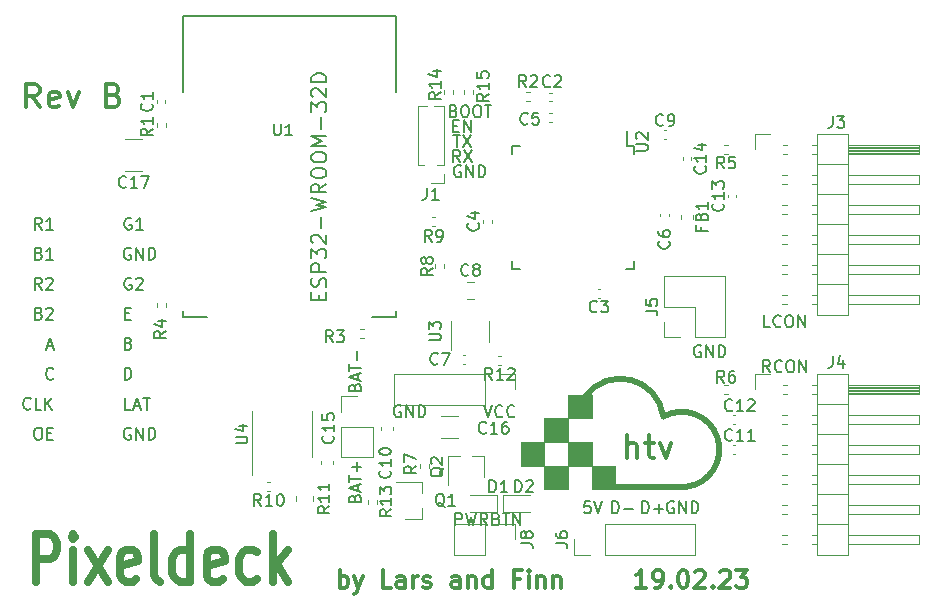
<source format=gbr>
%TF.GenerationSoftware,KiCad,Pcbnew,6.0.11+dfsg-1*%
%TF.CreationDate,2023-02-19T01:07:10+01:00*%
%TF.ProjectId,Mainboard,4d61696e-626f-4617-9264-2e6b69636164,rev?*%
%TF.SameCoordinates,Original*%
%TF.FileFunction,Legend,Top*%
%TF.FilePolarity,Positive*%
%FSLAX46Y46*%
G04 Gerber Fmt 4.6, Leading zero omitted, Abs format (unit mm)*
G04 Created by KiCad (PCBNEW 6.0.11+dfsg-1) date 2023-02-19 01:07:10*
%MOMM*%
%LPD*%
G01*
G04 APERTURE LIST*
%ADD10C,0.120000*%
%ADD11C,0.500000*%
%ADD12C,0.150000*%
%ADD13C,0.300000*%
%ADD14C,0.700000*%
%ADD15C,0.200000*%
G04 APERTURE END LIST*
D10*
X152921000Y-71778000D02*
X154921000Y-71778000D01*
X154921000Y-71778000D02*
X154921000Y-73778000D01*
X154921000Y-73778000D02*
X152921000Y-73778000D01*
X152921000Y-73778000D02*
X152921000Y-71778000D01*
G36*
X152921000Y-71778000D02*
G01*
X154921000Y-71778000D01*
X154921000Y-73778000D01*
X152921000Y-73778000D01*
X152921000Y-71778000D01*
G37*
X154921000Y-73778000D02*
X156921000Y-73778000D01*
X156921000Y-73778000D02*
X156921000Y-75778000D01*
X156921000Y-75778000D02*
X154921000Y-75778000D01*
X154921000Y-75778000D02*
X154921000Y-73778000D01*
G36*
X154921000Y-73778000D02*
G01*
X156921000Y-73778000D01*
X156921000Y-75778000D01*
X154921000Y-75778000D01*
X154921000Y-73778000D01*
G37*
D11*
X164974787Y-69626572D02*
G75*
G03*
X158369000Y-67945000I-3628887J-439828D01*
G01*
D10*
X156921000Y-67778000D02*
X158921000Y-67778000D01*
X158921000Y-67778000D02*
X158921000Y-69778000D01*
X158921000Y-69778000D02*
X156921000Y-69778000D01*
X156921000Y-69778000D02*
X156921000Y-67778000D01*
G36*
X156921000Y-67778000D02*
G01*
X158921000Y-67778000D01*
X158921000Y-69778000D01*
X156921000Y-69778000D01*
X156921000Y-67778000D01*
G37*
X158921000Y-73778000D02*
X160921000Y-73778000D01*
X160921000Y-73778000D02*
X160921000Y-75778000D01*
X160921000Y-75778000D02*
X158921000Y-75778000D01*
X158921000Y-75778000D02*
X158921000Y-73778000D01*
G36*
X158921000Y-73778000D02*
G01*
X160921000Y-73778000D01*
X160921000Y-75778000D01*
X158921000Y-75778000D01*
X158921000Y-73778000D01*
G37*
X154921000Y-69778000D02*
X156921000Y-69778000D01*
X156921000Y-69778000D02*
X156921000Y-71778000D01*
X156921000Y-71778000D02*
X154921000Y-71778000D01*
X154921000Y-71778000D02*
X154921000Y-69778000D01*
G36*
X154921000Y-69778000D02*
G01*
X156921000Y-69778000D01*
X156921000Y-71778000D01*
X154921000Y-71778000D01*
X154921000Y-69778000D01*
G37*
D11*
X166941511Y-75565086D02*
G75*
G03*
X164974777Y-69626573I-399311J3162686D01*
G01*
X160972500Y-75565000D02*
X166941500Y-75565000D01*
D10*
X156921000Y-71778000D02*
X158921000Y-71778000D01*
X158921000Y-71778000D02*
X158921000Y-73778000D01*
X158921000Y-73778000D02*
X156921000Y-73778000D01*
X156921000Y-73778000D02*
X156921000Y-71778000D01*
G36*
X156921000Y-71778000D02*
G01*
X158921000Y-71778000D01*
X158921000Y-73778000D01*
X156921000Y-73778000D01*
X156921000Y-71778000D01*
G37*
D12*
X111974380Y-70572380D02*
X112164857Y-70572380D01*
X112260095Y-70620000D01*
X112355333Y-70715238D01*
X112402952Y-70905714D01*
X112402952Y-71239047D01*
X112355333Y-71429523D01*
X112260095Y-71524761D01*
X112164857Y-71572380D01*
X111974380Y-71572380D01*
X111879142Y-71524761D01*
X111783904Y-71429523D01*
X111736285Y-71239047D01*
X111736285Y-70905714D01*
X111783904Y-70715238D01*
X111879142Y-70620000D01*
X111974380Y-70572380D01*
X112831523Y-71048571D02*
X113164857Y-71048571D01*
X113307714Y-71572380D02*
X112831523Y-71572380D01*
X112831523Y-70572380D01*
X113307714Y-70572380D01*
X119372095Y-66492380D02*
X119372095Y-65492380D01*
X119610190Y-65492380D01*
X119753047Y-65540000D01*
X119848285Y-65635238D01*
X119895904Y-65730476D01*
X119943523Y-65920952D01*
X119943523Y-66063809D01*
X119895904Y-66254285D01*
X119848285Y-66349523D01*
X119753047Y-66444761D01*
X119610190Y-66492380D01*
X119372095Y-66492380D01*
X158813523Y-76795380D02*
X158337333Y-76795380D01*
X158289714Y-77271571D01*
X158337333Y-77223952D01*
X158432571Y-77176333D01*
X158670666Y-77176333D01*
X158765904Y-77223952D01*
X158813523Y-77271571D01*
X158861142Y-77366809D01*
X158861142Y-77604904D01*
X158813523Y-77700142D01*
X158765904Y-77747761D01*
X158670666Y-77795380D01*
X158432571Y-77795380D01*
X158337333Y-77747761D01*
X158289714Y-77700142D01*
X159146857Y-76795380D02*
X159480190Y-77795380D01*
X159813523Y-76795380D01*
X174021904Y-62047380D02*
X173545714Y-62047380D01*
X173545714Y-61047380D01*
X174926666Y-61952142D02*
X174879047Y-61999761D01*
X174736190Y-62047380D01*
X174640952Y-62047380D01*
X174498095Y-61999761D01*
X174402857Y-61904523D01*
X174355238Y-61809285D01*
X174307619Y-61618809D01*
X174307619Y-61475952D01*
X174355238Y-61285476D01*
X174402857Y-61190238D01*
X174498095Y-61095000D01*
X174640952Y-61047380D01*
X174736190Y-61047380D01*
X174879047Y-61095000D01*
X174926666Y-61142619D01*
X175545714Y-61047380D02*
X175736190Y-61047380D01*
X175831428Y-61095000D01*
X175926666Y-61190238D01*
X175974285Y-61380714D01*
X175974285Y-61714047D01*
X175926666Y-61904523D01*
X175831428Y-61999761D01*
X175736190Y-62047380D01*
X175545714Y-62047380D01*
X175450476Y-61999761D01*
X175355238Y-61904523D01*
X175307619Y-61714047D01*
X175307619Y-61380714D01*
X175355238Y-61190238D01*
X175450476Y-61095000D01*
X175545714Y-61047380D01*
X176402857Y-62047380D02*
X176402857Y-61047380D01*
X176974285Y-62047380D01*
X176974285Y-61047380D01*
X147828095Y-48395000D02*
X147732857Y-48347380D01*
X147590000Y-48347380D01*
X147447142Y-48395000D01*
X147351904Y-48490238D01*
X147304285Y-48585476D01*
X147256666Y-48775952D01*
X147256666Y-48918809D01*
X147304285Y-49109285D01*
X147351904Y-49204523D01*
X147447142Y-49299761D01*
X147590000Y-49347380D01*
X147685238Y-49347380D01*
X147828095Y-49299761D01*
X147875714Y-49252142D01*
X147875714Y-48918809D01*
X147685238Y-48918809D01*
X148304285Y-49347380D02*
X148304285Y-48347380D01*
X148875714Y-49347380D01*
X148875714Y-48347380D01*
X149351904Y-49347380D02*
X149351904Y-48347380D01*
X149590000Y-48347380D01*
X149732857Y-48395000D01*
X149828095Y-48490238D01*
X149875714Y-48585476D01*
X149923333Y-48775952D01*
X149923333Y-48918809D01*
X149875714Y-49109285D01*
X149828095Y-49204523D01*
X149732857Y-49299761D01*
X149590000Y-49347380D01*
X149351904Y-49347380D01*
X111418761Y-68937142D02*
X111371142Y-68984761D01*
X111228285Y-69032380D01*
X111133047Y-69032380D01*
X110990190Y-68984761D01*
X110894952Y-68889523D01*
X110847333Y-68794285D01*
X110799714Y-68603809D01*
X110799714Y-68460952D01*
X110847333Y-68270476D01*
X110894952Y-68175238D01*
X110990190Y-68080000D01*
X111133047Y-68032380D01*
X111228285Y-68032380D01*
X111371142Y-68080000D01*
X111418761Y-68127619D01*
X112323523Y-69032380D02*
X111847333Y-69032380D01*
X111847333Y-68032380D01*
X112656857Y-69032380D02*
X112656857Y-68032380D01*
X113228285Y-69032380D02*
X112799714Y-68460952D01*
X113228285Y-68032380D02*
X112656857Y-68603809D01*
X138866571Y-76541142D02*
X138914190Y-76398285D01*
X138961809Y-76350666D01*
X139057047Y-76303047D01*
X139199904Y-76303047D01*
X139295142Y-76350666D01*
X139342761Y-76398285D01*
X139390380Y-76493523D01*
X139390380Y-76874476D01*
X138390380Y-76874476D01*
X138390380Y-76541142D01*
X138438000Y-76445904D01*
X138485619Y-76398285D01*
X138580857Y-76350666D01*
X138676095Y-76350666D01*
X138771333Y-76398285D01*
X138818952Y-76445904D01*
X138866571Y-76541142D01*
X138866571Y-76874476D01*
X139104666Y-75922095D02*
X139104666Y-75445904D01*
X139390380Y-76017333D02*
X138390380Y-75684000D01*
X139390380Y-75350666D01*
X138390380Y-75160190D02*
X138390380Y-74588761D01*
X139390380Y-74874476D02*
X138390380Y-74874476D01*
X139009428Y-74255428D02*
X139009428Y-73493523D01*
X139390380Y-73874476D02*
X138628476Y-73874476D01*
X112791904Y-63666666D02*
X113268095Y-63666666D01*
X112696666Y-63952380D02*
X113030000Y-62952380D01*
X113363333Y-63952380D01*
X168148095Y-63635000D02*
X168052857Y-63587380D01*
X167910000Y-63587380D01*
X167767142Y-63635000D01*
X167671904Y-63730238D01*
X167624285Y-63825476D01*
X167576666Y-64015952D01*
X167576666Y-64158809D01*
X167624285Y-64349285D01*
X167671904Y-64444523D01*
X167767142Y-64539761D01*
X167910000Y-64587380D01*
X168005238Y-64587380D01*
X168148095Y-64539761D01*
X168195714Y-64492142D01*
X168195714Y-64158809D01*
X168005238Y-64158809D01*
X168624285Y-64587380D02*
X168624285Y-63587380D01*
X169195714Y-64587380D01*
X169195714Y-63587380D01*
X169671904Y-64587380D02*
X169671904Y-63587380D01*
X169910000Y-63587380D01*
X170052857Y-63635000D01*
X170148095Y-63730238D01*
X170195714Y-63825476D01*
X170243333Y-64015952D01*
X170243333Y-64158809D01*
X170195714Y-64349285D01*
X170148095Y-64444523D01*
X170052857Y-64539761D01*
X169910000Y-64587380D01*
X169671904Y-64587380D01*
X119927714Y-57920000D02*
X119832476Y-57872380D01*
X119689619Y-57872380D01*
X119546761Y-57920000D01*
X119451523Y-58015238D01*
X119403904Y-58110476D01*
X119356285Y-58300952D01*
X119356285Y-58443809D01*
X119403904Y-58634285D01*
X119451523Y-58729523D01*
X119546761Y-58824761D01*
X119689619Y-58872380D01*
X119784857Y-58872380D01*
X119927714Y-58824761D01*
X119975333Y-58777142D01*
X119975333Y-58443809D01*
X119784857Y-58443809D01*
X120356285Y-57967619D02*
X120403904Y-57920000D01*
X120499142Y-57872380D01*
X120737238Y-57872380D01*
X120832476Y-57920000D01*
X120880095Y-57967619D01*
X120927714Y-58062857D01*
X120927714Y-58158095D01*
X120880095Y-58300952D01*
X120308666Y-58872380D01*
X120927714Y-58872380D01*
X119419714Y-60888571D02*
X119753047Y-60888571D01*
X119895904Y-61412380D02*
X119419714Y-61412380D01*
X119419714Y-60412380D01*
X119895904Y-60412380D01*
X113339523Y-66397142D02*
X113291904Y-66444761D01*
X113149047Y-66492380D01*
X113053809Y-66492380D01*
X112910952Y-66444761D01*
X112815714Y-66349523D01*
X112768095Y-66254285D01*
X112720476Y-66063809D01*
X112720476Y-65920952D01*
X112768095Y-65730476D01*
X112815714Y-65635238D01*
X112910952Y-65540000D01*
X113053809Y-65492380D01*
X113149047Y-65492380D01*
X113291904Y-65540000D01*
X113339523Y-65587619D01*
X147788333Y-48077380D02*
X147455000Y-47601190D01*
X147216904Y-48077380D02*
X147216904Y-47077380D01*
X147597857Y-47077380D01*
X147693095Y-47125000D01*
X147740714Y-47172619D01*
X147788333Y-47267857D01*
X147788333Y-47410714D01*
X147740714Y-47505952D01*
X147693095Y-47553571D01*
X147597857Y-47601190D01*
X147216904Y-47601190D01*
X148121666Y-47077380D02*
X148788333Y-48077380D01*
X148788333Y-47077380D02*
X148121666Y-48077380D01*
X142748095Y-68715000D02*
X142652857Y-68667380D01*
X142510000Y-68667380D01*
X142367142Y-68715000D01*
X142271904Y-68810238D01*
X142224285Y-68905476D01*
X142176666Y-69095952D01*
X142176666Y-69238809D01*
X142224285Y-69429285D01*
X142271904Y-69524523D01*
X142367142Y-69619761D01*
X142510000Y-69667380D01*
X142605238Y-69667380D01*
X142748095Y-69619761D01*
X142795714Y-69572142D01*
X142795714Y-69238809D01*
X142605238Y-69238809D01*
X143224285Y-69667380D02*
X143224285Y-68667380D01*
X143795714Y-69667380D01*
X143795714Y-68667380D01*
X144271904Y-69667380D02*
X144271904Y-68667380D01*
X144510000Y-68667380D01*
X144652857Y-68715000D01*
X144748095Y-68810238D01*
X144795714Y-68905476D01*
X144843333Y-69095952D01*
X144843333Y-69238809D01*
X144795714Y-69429285D01*
X144748095Y-69524523D01*
X144652857Y-69619761D01*
X144510000Y-69667380D01*
X144271904Y-69667380D01*
X119888095Y-55380000D02*
X119792857Y-55332380D01*
X119650000Y-55332380D01*
X119507142Y-55380000D01*
X119411904Y-55475238D01*
X119364285Y-55570476D01*
X119316666Y-55760952D01*
X119316666Y-55903809D01*
X119364285Y-56094285D01*
X119411904Y-56189523D01*
X119507142Y-56284761D01*
X119650000Y-56332380D01*
X119745238Y-56332380D01*
X119888095Y-56284761D01*
X119935714Y-56237142D01*
X119935714Y-55903809D01*
X119745238Y-55903809D01*
X120364285Y-56332380D02*
X120364285Y-55332380D01*
X120935714Y-56332380D01*
X120935714Y-55332380D01*
X121411904Y-56332380D02*
X121411904Y-55332380D01*
X121650000Y-55332380D01*
X121792857Y-55380000D01*
X121888095Y-55475238D01*
X121935714Y-55570476D01*
X121983333Y-55760952D01*
X121983333Y-55903809D01*
X121935714Y-56094285D01*
X121888095Y-56189523D01*
X121792857Y-56284761D01*
X121650000Y-56332380D01*
X121411904Y-56332380D01*
D13*
X137598714Y-84117571D02*
X137598714Y-82617571D01*
X137598714Y-83189000D02*
X137741571Y-83117571D01*
X138027285Y-83117571D01*
X138170142Y-83189000D01*
X138241571Y-83260428D01*
X138313000Y-83403285D01*
X138313000Y-83831857D01*
X138241571Y-83974714D01*
X138170142Y-84046142D01*
X138027285Y-84117571D01*
X137741571Y-84117571D01*
X137598714Y-84046142D01*
X138813000Y-83117571D02*
X139170142Y-84117571D01*
X139527285Y-83117571D02*
X139170142Y-84117571D01*
X139027285Y-84474714D01*
X138955857Y-84546142D01*
X138813000Y-84617571D01*
X141955857Y-84117571D02*
X141241571Y-84117571D01*
X141241571Y-82617571D01*
X143098714Y-84117571D02*
X143098714Y-83331857D01*
X143027285Y-83189000D01*
X142884428Y-83117571D01*
X142598714Y-83117571D01*
X142455857Y-83189000D01*
X143098714Y-84046142D02*
X142955857Y-84117571D01*
X142598714Y-84117571D01*
X142455857Y-84046142D01*
X142384428Y-83903285D01*
X142384428Y-83760428D01*
X142455857Y-83617571D01*
X142598714Y-83546142D01*
X142955857Y-83546142D01*
X143098714Y-83474714D01*
X143813000Y-84117571D02*
X143813000Y-83117571D01*
X143813000Y-83403285D02*
X143884428Y-83260428D01*
X143955857Y-83189000D01*
X144098714Y-83117571D01*
X144241571Y-83117571D01*
X144670142Y-84046142D02*
X144813000Y-84117571D01*
X145098714Y-84117571D01*
X145241571Y-84046142D01*
X145313000Y-83903285D01*
X145313000Y-83831857D01*
X145241571Y-83689000D01*
X145098714Y-83617571D01*
X144884428Y-83617571D01*
X144741571Y-83546142D01*
X144670142Y-83403285D01*
X144670142Y-83331857D01*
X144741571Y-83189000D01*
X144884428Y-83117571D01*
X145098714Y-83117571D01*
X145241571Y-83189000D01*
X147741571Y-84117571D02*
X147741571Y-83331857D01*
X147670142Y-83189000D01*
X147527285Y-83117571D01*
X147241571Y-83117571D01*
X147098714Y-83189000D01*
X147741571Y-84046142D02*
X147598714Y-84117571D01*
X147241571Y-84117571D01*
X147098714Y-84046142D01*
X147027285Y-83903285D01*
X147027285Y-83760428D01*
X147098714Y-83617571D01*
X147241571Y-83546142D01*
X147598714Y-83546142D01*
X147741571Y-83474714D01*
X148455857Y-83117571D02*
X148455857Y-84117571D01*
X148455857Y-83260428D02*
X148527285Y-83189000D01*
X148670142Y-83117571D01*
X148884428Y-83117571D01*
X149027285Y-83189000D01*
X149098714Y-83331857D01*
X149098714Y-84117571D01*
X150455857Y-84117571D02*
X150455857Y-82617571D01*
X150455857Y-84046142D02*
X150313000Y-84117571D01*
X150027285Y-84117571D01*
X149884428Y-84046142D01*
X149813000Y-83974714D01*
X149741571Y-83831857D01*
X149741571Y-83403285D01*
X149813000Y-83260428D01*
X149884428Y-83189000D01*
X150027285Y-83117571D01*
X150313000Y-83117571D01*
X150455857Y-83189000D01*
X152813000Y-83331857D02*
X152313000Y-83331857D01*
X152313000Y-84117571D02*
X152313000Y-82617571D01*
X153027285Y-82617571D01*
X153598714Y-84117571D02*
X153598714Y-83117571D01*
X153598714Y-82617571D02*
X153527285Y-82689000D01*
X153598714Y-82760428D01*
X153670142Y-82689000D01*
X153598714Y-82617571D01*
X153598714Y-82760428D01*
X154313000Y-83117571D02*
X154313000Y-84117571D01*
X154313000Y-83260428D02*
X154384428Y-83189000D01*
X154527285Y-83117571D01*
X154741571Y-83117571D01*
X154884428Y-83189000D01*
X154955857Y-83331857D01*
X154955857Y-84117571D01*
X155670142Y-83117571D02*
X155670142Y-84117571D01*
X155670142Y-83260428D02*
X155741571Y-83189000D01*
X155884428Y-83117571D01*
X156098714Y-83117571D01*
X156241571Y-83189000D01*
X156313000Y-83331857D01*
X156313000Y-84117571D01*
X163527285Y-84117571D02*
X162670142Y-84117571D01*
X163098714Y-84117571D02*
X163098714Y-82617571D01*
X162955857Y-82831857D01*
X162813000Y-82974714D01*
X162670142Y-83046142D01*
X164241571Y-84117571D02*
X164527285Y-84117571D01*
X164670142Y-84046142D01*
X164741571Y-83974714D01*
X164884428Y-83760428D01*
X164955857Y-83474714D01*
X164955857Y-82903285D01*
X164884428Y-82760428D01*
X164813000Y-82689000D01*
X164670142Y-82617571D01*
X164384428Y-82617571D01*
X164241571Y-82689000D01*
X164170142Y-82760428D01*
X164098714Y-82903285D01*
X164098714Y-83260428D01*
X164170142Y-83403285D01*
X164241571Y-83474714D01*
X164384428Y-83546142D01*
X164670142Y-83546142D01*
X164813000Y-83474714D01*
X164884428Y-83403285D01*
X164955857Y-83260428D01*
X165598714Y-83974714D02*
X165670142Y-84046142D01*
X165598714Y-84117571D01*
X165527285Y-84046142D01*
X165598714Y-83974714D01*
X165598714Y-84117571D01*
X166598714Y-82617571D02*
X166741571Y-82617571D01*
X166884428Y-82689000D01*
X166955857Y-82760428D01*
X167027285Y-82903285D01*
X167098714Y-83189000D01*
X167098714Y-83546142D01*
X167027285Y-83831857D01*
X166955857Y-83974714D01*
X166884428Y-84046142D01*
X166741571Y-84117571D01*
X166598714Y-84117571D01*
X166455857Y-84046142D01*
X166384428Y-83974714D01*
X166313000Y-83831857D01*
X166241571Y-83546142D01*
X166241571Y-83189000D01*
X166313000Y-82903285D01*
X166384428Y-82760428D01*
X166455857Y-82689000D01*
X166598714Y-82617571D01*
X167670142Y-82760428D02*
X167741571Y-82689000D01*
X167884428Y-82617571D01*
X168241571Y-82617571D01*
X168384428Y-82689000D01*
X168455857Y-82760428D01*
X168527285Y-82903285D01*
X168527285Y-83046142D01*
X168455857Y-83260428D01*
X167598714Y-84117571D01*
X168527285Y-84117571D01*
X169170142Y-83974714D02*
X169241571Y-84046142D01*
X169170142Y-84117571D01*
X169098714Y-84046142D01*
X169170142Y-83974714D01*
X169170142Y-84117571D01*
X169813000Y-82760428D02*
X169884428Y-82689000D01*
X170027285Y-82617571D01*
X170384428Y-82617571D01*
X170527285Y-82689000D01*
X170598714Y-82760428D01*
X170670142Y-82903285D01*
X170670142Y-83046142D01*
X170598714Y-83260428D01*
X169741571Y-84117571D01*
X170670142Y-84117571D01*
X171170142Y-82617571D02*
X172098714Y-82617571D01*
X171598714Y-83189000D01*
X171813000Y-83189000D01*
X171955857Y-83260428D01*
X172027285Y-83331857D01*
X172098714Y-83474714D01*
X172098714Y-83831857D01*
X172027285Y-83974714D01*
X171955857Y-84046142D01*
X171813000Y-84117571D01*
X171384428Y-84117571D01*
X171241571Y-84046142D01*
X171170142Y-83974714D01*
D12*
X112355333Y-53792380D02*
X112022000Y-53316190D01*
X111783904Y-53792380D02*
X111783904Y-52792380D01*
X112164857Y-52792380D01*
X112260095Y-52840000D01*
X112307714Y-52887619D01*
X112355333Y-52982857D01*
X112355333Y-53125714D01*
X112307714Y-53220952D01*
X112260095Y-53268571D01*
X112164857Y-53316190D01*
X111783904Y-53316190D01*
X113307714Y-53792380D02*
X112736285Y-53792380D01*
X113022000Y-53792380D02*
X113022000Y-52792380D01*
X112926761Y-52935238D01*
X112831523Y-53030476D01*
X112736285Y-53078095D01*
X147375904Y-78811380D02*
X147375904Y-77811380D01*
X147756857Y-77811380D01*
X147852095Y-77859000D01*
X147899714Y-77906619D01*
X147947333Y-78001857D01*
X147947333Y-78144714D01*
X147899714Y-78239952D01*
X147852095Y-78287571D01*
X147756857Y-78335190D01*
X147375904Y-78335190D01*
X148280666Y-77811380D02*
X148518761Y-78811380D01*
X148709238Y-78097095D01*
X148899714Y-78811380D01*
X149137809Y-77811380D01*
X150090190Y-78811380D02*
X149756857Y-78335190D01*
X149518761Y-78811380D02*
X149518761Y-77811380D01*
X149899714Y-77811380D01*
X149994952Y-77859000D01*
X150042571Y-77906619D01*
X150090190Y-78001857D01*
X150090190Y-78144714D01*
X150042571Y-78239952D01*
X149994952Y-78287571D01*
X149899714Y-78335190D01*
X149518761Y-78335190D01*
X150852095Y-78287571D02*
X150994952Y-78335190D01*
X151042571Y-78382809D01*
X151090190Y-78478047D01*
X151090190Y-78620904D01*
X151042571Y-78716142D01*
X150994952Y-78763761D01*
X150899714Y-78811380D01*
X150518761Y-78811380D01*
X150518761Y-77811380D01*
X150852095Y-77811380D01*
X150947333Y-77859000D01*
X150994952Y-77906619D01*
X151042571Y-78001857D01*
X151042571Y-78097095D01*
X150994952Y-78192333D01*
X150947333Y-78239952D01*
X150852095Y-78287571D01*
X150518761Y-78287571D01*
X151375904Y-77811380D02*
X151947333Y-77811380D01*
X151661619Y-78811380D02*
X151661619Y-77811380D01*
X152280666Y-78811380D02*
X152280666Y-77811380D01*
X152852095Y-78811380D01*
X152852095Y-77811380D01*
D13*
X112173095Y-43449761D02*
X111506428Y-42497380D01*
X111030238Y-43449761D02*
X111030238Y-41449761D01*
X111792142Y-41449761D01*
X111982619Y-41545000D01*
X112077857Y-41640238D01*
X112173095Y-41830714D01*
X112173095Y-42116428D01*
X112077857Y-42306904D01*
X111982619Y-42402142D01*
X111792142Y-42497380D01*
X111030238Y-42497380D01*
X113792142Y-43354523D02*
X113601666Y-43449761D01*
X113220714Y-43449761D01*
X113030238Y-43354523D01*
X112935000Y-43164047D01*
X112935000Y-42402142D01*
X113030238Y-42211666D01*
X113220714Y-42116428D01*
X113601666Y-42116428D01*
X113792142Y-42211666D01*
X113887380Y-42402142D01*
X113887380Y-42592619D01*
X112935000Y-42783095D01*
X114554047Y-42116428D02*
X115030238Y-43449761D01*
X115506428Y-42116428D01*
X118458809Y-42402142D02*
X118744523Y-42497380D01*
X118839761Y-42592619D01*
X118935000Y-42783095D01*
X118935000Y-43068809D01*
X118839761Y-43259285D01*
X118744523Y-43354523D01*
X118554047Y-43449761D01*
X117792142Y-43449761D01*
X117792142Y-41449761D01*
X118458809Y-41449761D01*
X118649285Y-41545000D01*
X118744523Y-41640238D01*
X118839761Y-41830714D01*
X118839761Y-42021190D01*
X118744523Y-42211666D01*
X118649285Y-42306904D01*
X118458809Y-42402142D01*
X117792142Y-42402142D01*
D12*
X138866571Y-67143142D02*
X138914190Y-67000285D01*
X138961809Y-66952666D01*
X139057047Y-66905047D01*
X139199904Y-66905047D01*
X139295142Y-66952666D01*
X139342761Y-67000285D01*
X139390380Y-67095523D01*
X139390380Y-67476476D01*
X138390380Y-67476476D01*
X138390380Y-67143142D01*
X138438000Y-67047904D01*
X138485619Y-67000285D01*
X138580857Y-66952666D01*
X138676095Y-66952666D01*
X138771333Y-67000285D01*
X138818952Y-67047904D01*
X138866571Y-67143142D01*
X138866571Y-67476476D01*
X139104666Y-66524095D02*
X139104666Y-66047904D01*
X139390380Y-66619333D02*
X138390380Y-66286000D01*
X139390380Y-65952666D01*
X138390380Y-65762190D02*
X138390380Y-65190761D01*
X139390380Y-65476476D02*
X138390380Y-65476476D01*
X139009428Y-64857428D02*
X139009428Y-64095523D01*
X147232857Y-43743571D02*
X147375714Y-43791190D01*
X147423333Y-43838809D01*
X147470952Y-43934047D01*
X147470952Y-44076904D01*
X147423333Y-44172142D01*
X147375714Y-44219761D01*
X147280476Y-44267380D01*
X146899523Y-44267380D01*
X146899523Y-43267380D01*
X147232857Y-43267380D01*
X147328095Y-43315000D01*
X147375714Y-43362619D01*
X147423333Y-43457857D01*
X147423333Y-43553095D01*
X147375714Y-43648333D01*
X147328095Y-43695952D01*
X147232857Y-43743571D01*
X146899523Y-43743571D01*
X148090000Y-43267380D02*
X148280476Y-43267380D01*
X148375714Y-43315000D01*
X148470952Y-43410238D01*
X148518571Y-43600714D01*
X148518571Y-43934047D01*
X148470952Y-44124523D01*
X148375714Y-44219761D01*
X148280476Y-44267380D01*
X148090000Y-44267380D01*
X147994761Y-44219761D01*
X147899523Y-44124523D01*
X147851904Y-43934047D01*
X147851904Y-43600714D01*
X147899523Y-43410238D01*
X147994761Y-43315000D01*
X148090000Y-43267380D01*
X149137619Y-43267380D02*
X149328095Y-43267380D01*
X149423333Y-43315000D01*
X149518571Y-43410238D01*
X149566190Y-43600714D01*
X149566190Y-43934047D01*
X149518571Y-44124523D01*
X149423333Y-44219761D01*
X149328095Y-44267380D01*
X149137619Y-44267380D01*
X149042380Y-44219761D01*
X148947142Y-44124523D01*
X148899523Y-43934047D01*
X148899523Y-43600714D01*
X148947142Y-43410238D01*
X149042380Y-43315000D01*
X149137619Y-43267380D01*
X149851904Y-43267380D02*
X150423333Y-43267380D01*
X150137619Y-44267380D02*
X150137619Y-43267380D01*
X112355333Y-58872380D02*
X112022000Y-58396190D01*
X111783904Y-58872380D02*
X111783904Y-57872380D01*
X112164857Y-57872380D01*
X112260095Y-57920000D01*
X112307714Y-57967619D01*
X112355333Y-58062857D01*
X112355333Y-58205714D01*
X112307714Y-58300952D01*
X112260095Y-58348571D01*
X112164857Y-58396190D01*
X111783904Y-58396190D01*
X112736285Y-57967619D02*
X112783904Y-57920000D01*
X112879142Y-57872380D01*
X113117238Y-57872380D01*
X113212476Y-57920000D01*
X113260095Y-57967619D01*
X113307714Y-58062857D01*
X113307714Y-58158095D01*
X113260095Y-58300952D01*
X112688666Y-58872380D01*
X113307714Y-58872380D01*
X174021904Y-65857380D02*
X173688571Y-65381190D01*
X173450476Y-65857380D02*
X173450476Y-64857380D01*
X173831428Y-64857380D01*
X173926666Y-64905000D01*
X173974285Y-64952619D01*
X174021904Y-65047857D01*
X174021904Y-65190714D01*
X173974285Y-65285952D01*
X173926666Y-65333571D01*
X173831428Y-65381190D01*
X173450476Y-65381190D01*
X175021904Y-65762142D02*
X174974285Y-65809761D01*
X174831428Y-65857380D01*
X174736190Y-65857380D01*
X174593333Y-65809761D01*
X174498095Y-65714523D01*
X174450476Y-65619285D01*
X174402857Y-65428809D01*
X174402857Y-65285952D01*
X174450476Y-65095476D01*
X174498095Y-65000238D01*
X174593333Y-64905000D01*
X174736190Y-64857380D01*
X174831428Y-64857380D01*
X174974285Y-64905000D01*
X175021904Y-64952619D01*
X175640952Y-64857380D02*
X175831428Y-64857380D01*
X175926666Y-64905000D01*
X176021904Y-65000238D01*
X176069523Y-65190714D01*
X176069523Y-65524047D01*
X176021904Y-65714523D01*
X175926666Y-65809761D01*
X175831428Y-65857380D01*
X175640952Y-65857380D01*
X175545714Y-65809761D01*
X175450476Y-65714523D01*
X175402857Y-65524047D01*
X175402857Y-65190714D01*
X175450476Y-65000238D01*
X175545714Y-64905000D01*
X175640952Y-64857380D01*
X176498095Y-65857380D02*
X176498095Y-64857380D01*
X177069523Y-65857380D01*
X177069523Y-64857380D01*
X119896000Y-69032380D02*
X119419809Y-69032380D01*
X119419809Y-68032380D01*
X120181714Y-68746666D02*
X120657904Y-68746666D01*
X120086476Y-69032380D02*
X120419809Y-68032380D01*
X120753142Y-69032380D01*
X120943619Y-68032380D02*
X121515047Y-68032380D01*
X121229333Y-69032380D02*
X121229333Y-68032380D01*
D13*
X161941095Y-73167761D02*
X161941095Y-71167761D01*
X162798238Y-73167761D02*
X162798238Y-72120142D01*
X162703000Y-71929666D01*
X162512523Y-71834428D01*
X162226809Y-71834428D01*
X162036333Y-71929666D01*
X161941095Y-72024904D01*
X163464904Y-71834428D02*
X164226809Y-71834428D01*
X163750619Y-71167761D02*
X163750619Y-72882047D01*
X163845857Y-73072523D01*
X164036333Y-73167761D01*
X164226809Y-73167761D01*
X164703000Y-71834428D02*
X165179190Y-73167761D01*
X165655380Y-71834428D01*
D12*
X119705428Y-63428571D02*
X119848285Y-63476190D01*
X119895904Y-63523809D01*
X119943523Y-63619047D01*
X119943523Y-63761904D01*
X119895904Y-63857142D01*
X119848285Y-63904761D01*
X119753047Y-63952380D01*
X119372095Y-63952380D01*
X119372095Y-62952380D01*
X119705428Y-62952380D01*
X119800666Y-63000000D01*
X119848285Y-63047619D01*
X119895904Y-63142857D01*
X119895904Y-63238095D01*
X119848285Y-63333333D01*
X119800666Y-63380952D01*
X119705428Y-63428571D01*
X119372095Y-63428571D01*
X112117238Y-60888571D02*
X112260095Y-60936190D01*
X112307714Y-60983809D01*
X112355333Y-61079047D01*
X112355333Y-61221904D01*
X112307714Y-61317142D01*
X112260095Y-61364761D01*
X112164857Y-61412380D01*
X111783904Y-61412380D01*
X111783904Y-60412380D01*
X112117238Y-60412380D01*
X112212476Y-60460000D01*
X112260095Y-60507619D01*
X112307714Y-60602857D01*
X112307714Y-60698095D01*
X112260095Y-60793333D01*
X112212476Y-60840952D01*
X112117238Y-60888571D01*
X111783904Y-60888571D01*
X112736285Y-60507619D02*
X112783904Y-60460000D01*
X112879142Y-60412380D01*
X113117238Y-60412380D01*
X113212476Y-60460000D01*
X113260095Y-60507619D01*
X113307714Y-60602857D01*
X113307714Y-60698095D01*
X113260095Y-60840952D01*
X112688666Y-61412380D01*
X113307714Y-61412380D01*
X149796666Y-68667380D02*
X150130000Y-69667380D01*
X150463333Y-68667380D01*
X151368095Y-69572142D02*
X151320476Y-69619761D01*
X151177619Y-69667380D01*
X151082380Y-69667380D01*
X150939523Y-69619761D01*
X150844285Y-69524523D01*
X150796666Y-69429285D01*
X150749047Y-69238809D01*
X150749047Y-69095952D01*
X150796666Y-68905476D01*
X150844285Y-68810238D01*
X150939523Y-68715000D01*
X151082380Y-68667380D01*
X151177619Y-68667380D01*
X151320476Y-68715000D01*
X151368095Y-68762619D01*
X152368095Y-69572142D02*
X152320476Y-69619761D01*
X152177619Y-69667380D01*
X152082380Y-69667380D01*
X151939523Y-69619761D01*
X151844285Y-69524523D01*
X151796666Y-69429285D01*
X151749047Y-69238809D01*
X151749047Y-69095952D01*
X151796666Y-68905476D01*
X151844285Y-68810238D01*
X151939523Y-68715000D01*
X152082380Y-68667380D01*
X152177619Y-68667380D01*
X152320476Y-68715000D01*
X152368095Y-68762619D01*
X119927714Y-52840000D02*
X119832476Y-52792380D01*
X119689619Y-52792380D01*
X119546761Y-52840000D01*
X119451523Y-52935238D01*
X119403904Y-53030476D01*
X119356285Y-53220952D01*
X119356285Y-53363809D01*
X119403904Y-53554285D01*
X119451523Y-53649523D01*
X119546761Y-53744761D01*
X119689619Y-53792380D01*
X119784857Y-53792380D01*
X119927714Y-53744761D01*
X119975333Y-53697142D01*
X119975333Y-53363809D01*
X119784857Y-53363809D01*
X120927714Y-53792380D02*
X120356285Y-53792380D01*
X120642000Y-53792380D02*
X120642000Y-52792380D01*
X120546761Y-52935238D01*
X120451523Y-53030476D01*
X120356285Y-53078095D01*
X163203047Y-77795380D02*
X163203047Y-76795380D01*
X163441142Y-76795380D01*
X163584000Y-76843000D01*
X163679238Y-76938238D01*
X163726857Y-77033476D01*
X163774476Y-77223952D01*
X163774476Y-77366809D01*
X163726857Y-77557285D01*
X163679238Y-77652523D01*
X163584000Y-77747761D01*
X163441142Y-77795380D01*
X163203047Y-77795380D01*
X164203047Y-77414428D02*
X164964952Y-77414428D01*
X164584000Y-77795380D02*
X164584000Y-77033476D01*
X160663047Y-77795380D02*
X160663047Y-76795380D01*
X160901142Y-76795380D01*
X161044000Y-76843000D01*
X161139238Y-76938238D01*
X161186857Y-77033476D01*
X161234476Y-77223952D01*
X161234476Y-77366809D01*
X161186857Y-77557285D01*
X161139238Y-77652523D01*
X161044000Y-77747761D01*
X160901142Y-77795380D01*
X160663047Y-77795380D01*
X161663047Y-77414428D02*
X162424952Y-77414428D01*
X147216904Y-45013571D02*
X147550238Y-45013571D01*
X147693095Y-45537380D02*
X147216904Y-45537380D01*
X147216904Y-44537380D01*
X147693095Y-44537380D01*
X148121666Y-45537380D02*
X148121666Y-44537380D01*
X148693095Y-45537380D01*
X148693095Y-44537380D01*
X165862095Y-76843000D02*
X165766857Y-76795380D01*
X165624000Y-76795380D01*
X165481142Y-76843000D01*
X165385904Y-76938238D01*
X165338285Y-77033476D01*
X165290666Y-77223952D01*
X165290666Y-77366809D01*
X165338285Y-77557285D01*
X165385904Y-77652523D01*
X165481142Y-77747761D01*
X165624000Y-77795380D01*
X165719238Y-77795380D01*
X165862095Y-77747761D01*
X165909714Y-77700142D01*
X165909714Y-77366809D01*
X165719238Y-77366809D01*
X166338285Y-77795380D02*
X166338285Y-76795380D01*
X166909714Y-77795380D01*
X166909714Y-76795380D01*
X167385904Y-77795380D02*
X167385904Y-76795380D01*
X167624000Y-76795380D01*
X167766857Y-76843000D01*
X167862095Y-76938238D01*
X167909714Y-77033476D01*
X167957333Y-77223952D01*
X167957333Y-77366809D01*
X167909714Y-77557285D01*
X167862095Y-77652523D01*
X167766857Y-77747761D01*
X167624000Y-77795380D01*
X167385904Y-77795380D01*
X119888095Y-70620000D02*
X119792857Y-70572380D01*
X119650000Y-70572380D01*
X119507142Y-70620000D01*
X119411904Y-70715238D01*
X119364285Y-70810476D01*
X119316666Y-71000952D01*
X119316666Y-71143809D01*
X119364285Y-71334285D01*
X119411904Y-71429523D01*
X119507142Y-71524761D01*
X119650000Y-71572380D01*
X119745238Y-71572380D01*
X119888095Y-71524761D01*
X119935714Y-71477142D01*
X119935714Y-71143809D01*
X119745238Y-71143809D01*
X120364285Y-71572380D02*
X120364285Y-70572380D01*
X120935714Y-71572380D01*
X120935714Y-70572380D01*
X121411904Y-71572380D02*
X121411904Y-70572380D01*
X121650000Y-70572380D01*
X121792857Y-70620000D01*
X121888095Y-70715238D01*
X121935714Y-70810476D01*
X121983333Y-71000952D01*
X121983333Y-71143809D01*
X121935714Y-71334285D01*
X121888095Y-71429523D01*
X121792857Y-71524761D01*
X121650000Y-71572380D01*
X121411904Y-71572380D01*
D14*
X111837523Y-83597523D02*
X111837523Y-79597523D01*
X113056571Y-79597523D01*
X113361333Y-79788000D01*
X113513714Y-79978476D01*
X113666095Y-80359428D01*
X113666095Y-80930857D01*
X113513714Y-81311809D01*
X113361333Y-81502285D01*
X113056571Y-81692761D01*
X111837523Y-81692761D01*
X115037523Y-83597523D02*
X115037523Y-80930857D01*
X115037523Y-79597523D02*
X114885142Y-79788000D01*
X115037523Y-79978476D01*
X115189904Y-79788000D01*
X115037523Y-79597523D01*
X115037523Y-79978476D01*
X116256571Y-83597523D02*
X117932761Y-80930857D01*
X116256571Y-80930857D02*
X117932761Y-83597523D01*
X120370857Y-83407047D02*
X120066095Y-83597523D01*
X119456571Y-83597523D01*
X119151809Y-83407047D01*
X118999428Y-83026095D01*
X118999428Y-81502285D01*
X119151809Y-81121333D01*
X119456571Y-80930857D01*
X120066095Y-80930857D01*
X120370857Y-81121333D01*
X120523238Y-81502285D01*
X120523238Y-81883238D01*
X118999428Y-82264190D01*
X122351809Y-83597523D02*
X122047047Y-83407047D01*
X121894666Y-83026095D01*
X121894666Y-79597523D01*
X124942285Y-83597523D02*
X124942285Y-79597523D01*
X124942285Y-83407047D02*
X124637523Y-83597523D01*
X124028000Y-83597523D01*
X123723238Y-83407047D01*
X123570857Y-83216571D01*
X123418476Y-82835619D01*
X123418476Y-81692761D01*
X123570857Y-81311809D01*
X123723238Y-81121333D01*
X124028000Y-80930857D01*
X124637523Y-80930857D01*
X124942285Y-81121333D01*
X127685142Y-83407047D02*
X127380380Y-83597523D01*
X126770857Y-83597523D01*
X126466095Y-83407047D01*
X126313714Y-83026095D01*
X126313714Y-81502285D01*
X126466095Y-81121333D01*
X126770857Y-80930857D01*
X127380380Y-80930857D01*
X127685142Y-81121333D01*
X127837523Y-81502285D01*
X127837523Y-81883238D01*
X126313714Y-82264190D01*
X130580380Y-83407047D02*
X130275619Y-83597523D01*
X129666095Y-83597523D01*
X129361333Y-83407047D01*
X129208952Y-83216571D01*
X129056571Y-82835619D01*
X129056571Y-81692761D01*
X129208952Y-81311809D01*
X129361333Y-81121333D01*
X129666095Y-80930857D01*
X130275619Y-80930857D01*
X130580380Y-81121333D01*
X131951809Y-83597523D02*
X131951809Y-79597523D01*
X132256571Y-82073714D02*
X133170857Y-83597523D01*
X133170857Y-80930857D02*
X131951809Y-82454666D01*
D12*
X112117238Y-55808571D02*
X112260095Y-55856190D01*
X112307714Y-55903809D01*
X112355333Y-55999047D01*
X112355333Y-56141904D01*
X112307714Y-56237142D01*
X112260095Y-56284761D01*
X112164857Y-56332380D01*
X111783904Y-56332380D01*
X111783904Y-55332380D01*
X112117238Y-55332380D01*
X112212476Y-55380000D01*
X112260095Y-55427619D01*
X112307714Y-55522857D01*
X112307714Y-55618095D01*
X112260095Y-55713333D01*
X112212476Y-55760952D01*
X112117238Y-55808571D01*
X111783904Y-55808571D01*
X113307714Y-56332380D02*
X112736285Y-56332380D01*
X113022000Y-56332380D02*
X113022000Y-55332380D01*
X112926761Y-55475238D01*
X112831523Y-55570476D01*
X112736285Y-55618095D01*
X147193095Y-45807380D02*
X147764523Y-45807380D01*
X147478809Y-46807380D02*
X147478809Y-45807380D01*
X148002619Y-45807380D02*
X148669285Y-46807380D01*
X148669285Y-45807380D02*
X148002619Y-46807380D01*
%TO.C,J4*%
X179311666Y-64492380D02*
X179311666Y-65206666D01*
X179264047Y-65349523D01*
X179168809Y-65444761D01*
X179025952Y-65492380D01*
X178930714Y-65492380D01*
X180216428Y-64825714D02*
X180216428Y-65492380D01*
X179978333Y-64444761D02*
X179740238Y-65159047D01*
X180359285Y-65159047D01*
%TO.C,R5*%
X170138333Y-48612380D02*
X169805000Y-48136190D01*
X169566904Y-48612380D02*
X169566904Y-47612380D01*
X169947857Y-47612380D01*
X170043095Y-47660000D01*
X170090714Y-47707619D01*
X170138333Y-47802857D01*
X170138333Y-47945714D01*
X170090714Y-48040952D01*
X170043095Y-48088571D01*
X169947857Y-48136190D01*
X169566904Y-48136190D01*
X171043095Y-47612380D02*
X170566904Y-47612380D01*
X170519285Y-48088571D01*
X170566904Y-48040952D01*
X170662142Y-47993333D01*
X170900238Y-47993333D01*
X170995476Y-48040952D01*
X171043095Y-48088571D01*
X171090714Y-48183809D01*
X171090714Y-48421904D01*
X171043095Y-48517142D01*
X170995476Y-48564761D01*
X170900238Y-48612380D01*
X170662142Y-48612380D01*
X170566904Y-48564761D01*
X170519285Y-48517142D01*
%TO.C,R6*%
X170138333Y-66746380D02*
X169805000Y-66270190D01*
X169566904Y-66746380D02*
X169566904Y-65746380D01*
X169947857Y-65746380D01*
X170043095Y-65794000D01*
X170090714Y-65841619D01*
X170138333Y-65936857D01*
X170138333Y-66079714D01*
X170090714Y-66174952D01*
X170043095Y-66222571D01*
X169947857Y-66270190D01*
X169566904Y-66270190D01*
X170995476Y-65746380D02*
X170805000Y-65746380D01*
X170709761Y-65794000D01*
X170662142Y-65841619D01*
X170566904Y-65984476D01*
X170519285Y-66174952D01*
X170519285Y-66555904D01*
X170566904Y-66651142D01*
X170614523Y-66698761D01*
X170709761Y-66746380D01*
X170900238Y-66746380D01*
X170995476Y-66698761D01*
X171043095Y-66651142D01*
X171090714Y-66555904D01*
X171090714Y-66317809D01*
X171043095Y-66222571D01*
X170995476Y-66174952D01*
X170900238Y-66127333D01*
X170709761Y-66127333D01*
X170614523Y-66174952D01*
X170566904Y-66222571D01*
X170519285Y-66317809D01*
%TO.C,C3*%
X159373333Y-60699142D02*
X159325714Y-60746761D01*
X159182857Y-60794380D01*
X159087619Y-60794380D01*
X158944761Y-60746761D01*
X158849523Y-60651523D01*
X158801904Y-60556285D01*
X158754285Y-60365809D01*
X158754285Y-60222952D01*
X158801904Y-60032476D01*
X158849523Y-59937238D01*
X158944761Y-59842000D01*
X159087619Y-59794380D01*
X159182857Y-59794380D01*
X159325714Y-59842000D01*
X159373333Y-59889619D01*
X159706666Y-59794380D02*
X160325714Y-59794380D01*
X159992380Y-60175333D01*
X160135238Y-60175333D01*
X160230476Y-60222952D01*
X160278095Y-60270571D01*
X160325714Y-60365809D01*
X160325714Y-60603904D01*
X160278095Y-60699142D01*
X160230476Y-60746761D01*
X160135238Y-60794380D01*
X159849523Y-60794380D01*
X159754285Y-60746761D01*
X159706666Y-60699142D01*
%TO.C,C5*%
X153503333Y-44807142D02*
X153455714Y-44854761D01*
X153312857Y-44902380D01*
X153217619Y-44902380D01*
X153074761Y-44854761D01*
X152979523Y-44759523D01*
X152931904Y-44664285D01*
X152884285Y-44473809D01*
X152884285Y-44330952D01*
X152931904Y-44140476D01*
X152979523Y-44045238D01*
X153074761Y-43950000D01*
X153217619Y-43902380D01*
X153312857Y-43902380D01*
X153455714Y-43950000D01*
X153503333Y-43997619D01*
X154408095Y-43902380D02*
X153931904Y-43902380D01*
X153884285Y-44378571D01*
X153931904Y-44330952D01*
X154027142Y-44283333D01*
X154265238Y-44283333D01*
X154360476Y-44330952D01*
X154408095Y-44378571D01*
X154455714Y-44473809D01*
X154455714Y-44711904D01*
X154408095Y-44807142D01*
X154360476Y-44854761D01*
X154265238Y-44902380D01*
X154027142Y-44902380D01*
X153931904Y-44854761D01*
X153884285Y-44807142D01*
%TO.C,U2*%
X162647380Y-47116904D02*
X163456904Y-47116904D01*
X163552142Y-47069285D01*
X163599761Y-47021666D01*
X163647380Y-46926428D01*
X163647380Y-46735952D01*
X163599761Y-46640714D01*
X163552142Y-46593095D01*
X163456904Y-46545476D01*
X162647380Y-46545476D01*
X162742619Y-46116904D02*
X162695000Y-46069285D01*
X162647380Y-45974047D01*
X162647380Y-45735952D01*
X162695000Y-45640714D01*
X162742619Y-45593095D01*
X162837857Y-45545476D01*
X162933095Y-45545476D01*
X163075952Y-45593095D01*
X163647380Y-46164523D01*
X163647380Y-45545476D01*
%TO.C,J1*%
X144954666Y-50263380D02*
X144954666Y-50977666D01*
X144907047Y-51120523D01*
X144811809Y-51215761D01*
X144668952Y-51263380D01*
X144573714Y-51263380D01*
X145954666Y-51263380D02*
X145383238Y-51263380D01*
X145668952Y-51263380D02*
X145668952Y-50263380D01*
X145573714Y-50406238D01*
X145478476Y-50501476D01*
X145383238Y-50549095D01*
%TO.C,C6*%
X165457142Y-54776666D02*
X165504761Y-54824285D01*
X165552380Y-54967142D01*
X165552380Y-55062380D01*
X165504761Y-55205238D01*
X165409523Y-55300476D01*
X165314285Y-55348095D01*
X165123809Y-55395714D01*
X164980952Y-55395714D01*
X164790476Y-55348095D01*
X164695238Y-55300476D01*
X164600000Y-55205238D01*
X164552380Y-55062380D01*
X164552380Y-54967142D01*
X164600000Y-54824285D01*
X164647619Y-54776666D01*
X164552380Y-53919523D02*
X164552380Y-54110000D01*
X164600000Y-54205238D01*
X164647619Y-54252857D01*
X164790476Y-54348095D01*
X164980952Y-54395714D01*
X165361904Y-54395714D01*
X165457142Y-54348095D01*
X165504761Y-54300476D01*
X165552380Y-54205238D01*
X165552380Y-54014761D01*
X165504761Y-53919523D01*
X165457142Y-53871904D01*
X165361904Y-53824285D01*
X165123809Y-53824285D01*
X165028571Y-53871904D01*
X164980952Y-53919523D01*
X164933333Y-54014761D01*
X164933333Y-54205238D01*
X164980952Y-54300476D01*
X165028571Y-54348095D01*
X165123809Y-54395714D01*
%TO.C,C2*%
X155408333Y-41632142D02*
X155360714Y-41679761D01*
X155217857Y-41727380D01*
X155122619Y-41727380D01*
X154979761Y-41679761D01*
X154884523Y-41584523D01*
X154836904Y-41489285D01*
X154789285Y-41298809D01*
X154789285Y-41155952D01*
X154836904Y-40965476D01*
X154884523Y-40870238D01*
X154979761Y-40775000D01*
X155122619Y-40727380D01*
X155217857Y-40727380D01*
X155360714Y-40775000D01*
X155408333Y-40822619D01*
X155789285Y-40822619D02*
X155836904Y-40775000D01*
X155932142Y-40727380D01*
X156170238Y-40727380D01*
X156265476Y-40775000D01*
X156313095Y-40822619D01*
X156360714Y-40917857D01*
X156360714Y-41013095D01*
X156313095Y-41155952D01*
X155741666Y-41727380D01*
X156360714Y-41727380D01*
%TO.C,R4*%
X122880380Y-62396666D02*
X122404190Y-62730000D01*
X122880380Y-62968095D02*
X121880380Y-62968095D01*
X121880380Y-62587142D01*
X121928000Y-62491904D01*
X121975619Y-62444285D01*
X122070857Y-62396666D01*
X122213714Y-62396666D01*
X122308952Y-62444285D01*
X122356571Y-62491904D01*
X122404190Y-62587142D01*
X122404190Y-62968095D01*
X122213714Y-61539523D02*
X122880380Y-61539523D01*
X121832761Y-61777619D02*
X122547047Y-62015714D01*
X122547047Y-61396666D01*
%TO.C,C1*%
X121658142Y-43120666D02*
X121705761Y-43168285D01*
X121753380Y-43311142D01*
X121753380Y-43406380D01*
X121705761Y-43549238D01*
X121610523Y-43644476D01*
X121515285Y-43692095D01*
X121324809Y-43739714D01*
X121181952Y-43739714D01*
X120991476Y-43692095D01*
X120896238Y-43644476D01*
X120801000Y-43549238D01*
X120753380Y-43406380D01*
X120753380Y-43311142D01*
X120801000Y-43168285D01*
X120848619Y-43120666D01*
X121753380Y-42168285D02*
X121753380Y-42739714D01*
X121753380Y-42454000D02*
X120753380Y-42454000D01*
X120896238Y-42549238D01*
X120991476Y-42644476D01*
X121039095Y-42739714D01*
%TO.C,R1*%
X121737380Y-45251666D02*
X121261190Y-45585000D01*
X121737380Y-45823095D02*
X120737380Y-45823095D01*
X120737380Y-45442142D01*
X120785000Y-45346904D01*
X120832619Y-45299285D01*
X120927857Y-45251666D01*
X121070714Y-45251666D01*
X121165952Y-45299285D01*
X121213571Y-45346904D01*
X121261190Y-45442142D01*
X121261190Y-45823095D01*
X121737380Y-44299285D02*
X121737380Y-44870714D01*
X121737380Y-44585000D02*
X120737380Y-44585000D01*
X120880238Y-44680238D01*
X120975476Y-44775476D01*
X121023095Y-44870714D01*
%TO.C,U1*%
X132036190Y-44864761D02*
X132036190Y-45633809D01*
X132081428Y-45724285D01*
X132126666Y-45769523D01*
X132217142Y-45814761D01*
X132398095Y-45814761D01*
X132488571Y-45769523D01*
X132533809Y-45724285D01*
X132579047Y-45633809D01*
X132579047Y-44864761D01*
X133529047Y-45814761D02*
X132986190Y-45814761D01*
X133257619Y-45814761D02*
X133257619Y-44864761D01*
X133167142Y-45000476D01*
X133076666Y-45090952D01*
X132986190Y-45136190D01*
X135799285Y-59720238D02*
X135799285Y-59296904D01*
X136464523Y-59115476D02*
X136464523Y-59720238D01*
X135194523Y-59720238D01*
X135194523Y-59115476D01*
X136404047Y-58631666D02*
X136464523Y-58450238D01*
X136464523Y-58147857D01*
X136404047Y-58026904D01*
X136343571Y-57966428D01*
X136222619Y-57905952D01*
X136101666Y-57905952D01*
X135980714Y-57966428D01*
X135920238Y-58026904D01*
X135859761Y-58147857D01*
X135799285Y-58389761D01*
X135738809Y-58510714D01*
X135678333Y-58571190D01*
X135557380Y-58631666D01*
X135436428Y-58631666D01*
X135315476Y-58571190D01*
X135255000Y-58510714D01*
X135194523Y-58389761D01*
X135194523Y-58087380D01*
X135255000Y-57905952D01*
X136464523Y-57361666D02*
X135194523Y-57361666D01*
X135194523Y-56877857D01*
X135255000Y-56756904D01*
X135315476Y-56696428D01*
X135436428Y-56635952D01*
X135617857Y-56635952D01*
X135738809Y-56696428D01*
X135799285Y-56756904D01*
X135859761Y-56877857D01*
X135859761Y-57361666D01*
X135194523Y-56212619D02*
X135194523Y-55426428D01*
X135678333Y-55849761D01*
X135678333Y-55668333D01*
X135738809Y-55547380D01*
X135799285Y-55486904D01*
X135920238Y-55426428D01*
X136222619Y-55426428D01*
X136343571Y-55486904D01*
X136404047Y-55547380D01*
X136464523Y-55668333D01*
X136464523Y-56031190D01*
X136404047Y-56152142D01*
X136343571Y-56212619D01*
X135315476Y-54942619D02*
X135255000Y-54882142D01*
X135194523Y-54761190D01*
X135194523Y-54458809D01*
X135255000Y-54337857D01*
X135315476Y-54277380D01*
X135436428Y-54216904D01*
X135557380Y-54216904D01*
X135738809Y-54277380D01*
X136464523Y-55003095D01*
X136464523Y-54216904D01*
X135980714Y-53672619D02*
X135980714Y-52705000D01*
X135194523Y-52221190D02*
X136464523Y-51918809D01*
X135557380Y-51676904D01*
X136464523Y-51435000D01*
X135194523Y-51132619D01*
X136464523Y-49923095D02*
X135859761Y-50346428D01*
X136464523Y-50648809D02*
X135194523Y-50648809D01*
X135194523Y-50165000D01*
X135255000Y-50044047D01*
X135315476Y-49983571D01*
X135436428Y-49923095D01*
X135617857Y-49923095D01*
X135738809Y-49983571D01*
X135799285Y-50044047D01*
X135859761Y-50165000D01*
X135859761Y-50648809D01*
X135194523Y-49136904D02*
X135194523Y-48895000D01*
X135255000Y-48774047D01*
X135375952Y-48653095D01*
X135617857Y-48592619D01*
X136041190Y-48592619D01*
X136283095Y-48653095D01*
X136404047Y-48774047D01*
X136464523Y-48895000D01*
X136464523Y-49136904D01*
X136404047Y-49257857D01*
X136283095Y-49378809D01*
X136041190Y-49439285D01*
X135617857Y-49439285D01*
X135375952Y-49378809D01*
X135255000Y-49257857D01*
X135194523Y-49136904D01*
X135194523Y-47806428D02*
X135194523Y-47564523D01*
X135255000Y-47443571D01*
X135375952Y-47322619D01*
X135617857Y-47262142D01*
X136041190Y-47262142D01*
X136283095Y-47322619D01*
X136404047Y-47443571D01*
X136464523Y-47564523D01*
X136464523Y-47806428D01*
X136404047Y-47927380D01*
X136283095Y-48048333D01*
X136041190Y-48108809D01*
X135617857Y-48108809D01*
X135375952Y-48048333D01*
X135255000Y-47927380D01*
X135194523Y-47806428D01*
X136464523Y-46717857D02*
X135194523Y-46717857D01*
X136101666Y-46294523D01*
X135194523Y-45871190D01*
X136464523Y-45871190D01*
X135980714Y-45266428D02*
X135980714Y-44298809D01*
X135194523Y-43815000D02*
X135194523Y-43028809D01*
X135678333Y-43452142D01*
X135678333Y-43270714D01*
X135738809Y-43149761D01*
X135799285Y-43089285D01*
X135920238Y-43028809D01*
X136222619Y-43028809D01*
X136343571Y-43089285D01*
X136404047Y-43149761D01*
X136464523Y-43270714D01*
X136464523Y-43633571D01*
X136404047Y-43754523D01*
X136343571Y-43815000D01*
X135315476Y-42545000D02*
X135255000Y-42484523D01*
X135194523Y-42363571D01*
X135194523Y-42061190D01*
X135255000Y-41940238D01*
X135315476Y-41879761D01*
X135436428Y-41819285D01*
X135557380Y-41819285D01*
X135738809Y-41879761D01*
X136464523Y-42605476D01*
X136464523Y-41819285D01*
X136464523Y-41275000D02*
X135194523Y-41275000D01*
X135194523Y-40972619D01*
X135255000Y-40791190D01*
X135375952Y-40670238D01*
X135496904Y-40609761D01*
X135738809Y-40549285D01*
X135920238Y-40549285D01*
X136162142Y-40609761D01*
X136283095Y-40670238D01*
X136404047Y-40791190D01*
X136464523Y-40972619D01*
X136464523Y-41275000D01*
%TO.C,R3*%
X136993333Y-63317380D02*
X136660000Y-62841190D01*
X136421904Y-63317380D02*
X136421904Y-62317380D01*
X136802857Y-62317380D01*
X136898095Y-62365000D01*
X136945714Y-62412619D01*
X136993333Y-62507857D01*
X136993333Y-62650714D01*
X136945714Y-62745952D01*
X136898095Y-62793571D01*
X136802857Y-62841190D01*
X136421904Y-62841190D01*
X137326666Y-62317380D02*
X137945714Y-62317380D01*
X137612380Y-62698333D01*
X137755238Y-62698333D01*
X137850476Y-62745952D01*
X137898095Y-62793571D01*
X137945714Y-62888809D01*
X137945714Y-63126904D01*
X137898095Y-63222142D01*
X137850476Y-63269761D01*
X137755238Y-63317380D01*
X137469523Y-63317380D01*
X137374285Y-63269761D01*
X137326666Y-63222142D01*
%TO.C,J3*%
X179311666Y-44172380D02*
X179311666Y-44886666D01*
X179264047Y-45029523D01*
X179168809Y-45124761D01*
X179025952Y-45172380D01*
X178930714Y-45172380D01*
X179692619Y-44172380D02*
X180311666Y-44172380D01*
X179978333Y-44553333D01*
X180121190Y-44553333D01*
X180216428Y-44600952D01*
X180264047Y-44648571D01*
X180311666Y-44743809D01*
X180311666Y-44981904D01*
X180264047Y-45077142D01*
X180216428Y-45124761D01*
X180121190Y-45172380D01*
X179835476Y-45172380D01*
X179740238Y-45124761D01*
X179692619Y-45077142D01*
%TO.C,FB1*%
X168203571Y-53538333D02*
X168203571Y-53871666D01*
X168727380Y-53871666D02*
X167727380Y-53871666D01*
X167727380Y-53395476D01*
X168203571Y-52681190D02*
X168251190Y-52538333D01*
X168298809Y-52490714D01*
X168394047Y-52443095D01*
X168536904Y-52443095D01*
X168632142Y-52490714D01*
X168679761Y-52538333D01*
X168727380Y-52633571D01*
X168727380Y-53014523D01*
X167727380Y-53014523D01*
X167727380Y-52681190D01*
X167775000Y-52585952D01*
X167822619Y-52538333D01*
X167917857Y-52490714D01*
X168013095Y-52490714D01*
X168108333Y-52538333D01*
X168155952Y-52585952D01*
X168203571Y-52681190D01*
X168203571Y-53014523D01*
X168727380Y-51490714D02*
X168727380Y-52062142D01*
X168727380Y-51776428D02*
X167727380Y-51776428D01*
X167870238Y-51871666D01*
X167965476Y-51966904D01*
X168013095Y-52062142D01*
%TO.C,J5*%
X163492380Y-60658333D02*
X164206666Y-60658333D01*
X164349523Y-60705952D01*
X164444761Y-60801190D01*
X164492380Y-60944047D01*
X164492380Y-61039285D01*
X163492380Y-59705952D02*
X163492380Y-60182142D01*
X163968571Y-60229761D01*
X163920952Y-60182142D01*
X163873333Y-60086904D01*
X163873333Y-59848809D01*
X163920952Y-59753571D01*
X163968571Y-59705952D01*
X164063809Y-59658333D01*
X164301904Y-59658333D01*
X164397142Y-59705952D01*
X164444761Y-59753571D01*
X164492380Y-59848809D01*
X164492380Y-60086904D01*
X164444761Y-60182142D01*
X164397142Y-60229761D01*
%TO.C,J6*%
X155872380Y-80343333D02*
X156586666Y-80343333D01*
X156729523Y-80390952D01*
X156824761Y-80486190D01*
X156872380Y-80629047D01*
X156872380Y-80724285D01*
X155872380Y-79438571D02*
X155872380Y-79629047D01*
X155920000Y-79724285D01*
X155967619Y-79771904D01*
X156110476Y-79867142D01*
X156300952Y-79914761D01*
X156681904Y-79914761D01*
X156777142Y-79867142D01*
X156824761Y-79819523D01*
X156872380Y-79724285D01*
X156872380Y-79533809D01*
X156824761Y-79438571D01*
X156777142Y-79390952D01*
X156681904Y-79343333D01*
X156443809Y-79343333D01*
X156348571Y-79390952D01*
X156300952Y-79438571D01*
X156253333Y-79533809D01*
X156253333Y-79724285D01*
X156300952Y-79819523D01*
X156348571Y-79867142D01*
X156443809Y-79914761D01*
%TO.C,Q1*%
X146462761Y-77255619D02*
X146367523Y-77208000D01*
X146272285Y-77112761D01*
X146129428Y-76969904D01*
X146034190Y-76922285D01*
X145938952Y-76922285D01*
X145986571Y-77160380D02*
X145891333Y-77112761D01*
X145796095Y-77017523D01*
X145748476Y-76827047D01*
X145748476Y-76493714D01*
X145796095Y-76303238D01*
X145891333Y-76208000D01*
X145986571Y-76160380D01*
X146177047Y-76160380D01*
X146272285Y-76208000D01*
X146367523Y-76303238D01*
X146415142Y-76493714D01*
X146415142Y-76827047D01*
X146367523Y-77017523D01*
X146272285Y-77112761D01*
X146177047Y-77160380D01*
X145986571Y-77160380D01*
X147367523Y-77160380D02*
X146796095Y-77160380D01*
X147081809Y-77160380D02*
X147081809Y-76160380D01*
X146986571Y-76303238D01*
X146891333Y-76398476D01*
X146796095Y-76446095D01*
%TO.C,R7*%
X144062380Y-73826666D02*
X143586190Y-74160000D01*
X144062380Y-74398095D02*
X143062380Y-74398095D01*
X143062380Y-74017142D01*
X143110000Y-73921904D01*
X143157619Y-73874285D01*
X143252857Y-73826666D01*
X143395714Y-73826666D01*
X143490952Y-73874285D01*
X143538571Y-73921904D01*
X143586190Y-74017142D01*
X143586190Y-74398095D01*
X143062380Y-73493333D02*
X143062380Y-72826666D01*
X144062380Y-73255238D01*
%TO.C,D2*%
X152423904Y-76017380D02*
X152423904Y-75017380D01*
X152662000Y-75017380D01*
X152804857Y-75065000D01*
X152900095Y-75160238D01*
X152947714Y-75255476D01*
X152995333Y-75445952D01*
X152995333Y-75588809D01*
X152947714Y-75779285D01*
X152900095Y-75874523D01*
X152804857Y-75969761D01*
X152662000Y-76017380D01*
X152423904Y-76017380D01*
X153376285Y-75112619D02*
X153423904Y-75065000D01*
X153519142Y-75017380D01*
X153757238Y-75017380D01*
X153852476Y-75065000D01*
X153900095Y-75112619D01*
X153947714Y-75207857D01*
X153947714Y-75303095D01*
X153900095Y-75445952D01*
X153328666Y-76017380D01*
X153947714Y-76017380D01*
%TO.C,J8*%
X152912380Y-80343333D02*
X153626666Y-80343333D01*
X153769523Y-80390952D01*
X153864761Y-80486190D01*
X153912380Y-80629047D01*
X153912380Y-80724285D01*
X153340952Y-79724285D02*
X153293333Y-79819523D01*
X153245714Y-79867142D01*
X153150476Y-79914761D01*
X153102857Y-79914761D01*
X153007619Y-79867142D01*
X152960000Y-79819523D01*
X152912380Y-79724285D01*
X152912380Y-79533809D01*
X152960000Y-79438571D01*
X153007619Y-79390952D01*
X153102857Y-79343333D01*
X153150476Y-79343333D01*
X153245714Y-79390952D01*
X153293333Y-79438571D01*
X153340952Y-79533809D01*
X153340952Y-79724285D01*
X153388571Y-79819523D01*
X153436190Y-79867142D01*
X153531428Y-79914761D01*
X153721904Y-79914761D01*
X153817142Y-79867142D01*
X153864761Y-79819523D01*
X153912380Y-79724285D01*
X153912380Y-79533809D01*
X153864761Y-79438571D01*
X153817142Y-79390952D01*
X153721904Y-79343333D01*
X153531428Y-79343333D01*
X153436190Y-79390952D01*
X153388571Y-79438571D01*
X153340952Y-79533809D01*
%TO.C,C7*%
X145883333Y-65127142D02*
X145835714Y-65174761D01*
X145692857Y-65222380D01*
X145597619Y-65222380D01*
X145454761Y-65174761D01*
X145359523Y-65079523D01*
X145311904Y-64984285D01*
X145264285Y-64793809D01*
X145264285Y-64650952D01*
X145311904Y-64460476D01*
X145359523Y-64365238D01*
X145454761Y-64270000D01*
X145597619Y-64222380D01*
X145692857Y-64222380D01*
X145835714Y-64270000D01*
X145883333Y-64317619D01*
X146216666Y-64222380D02*
X146883333Y-64222380D01*
X146454761Y-65222380D01*
%TO.C,C8*%
X148489333Y-57605142D02*
X148441714Y-57652761D01*
X148298857Y-57700380D01*
X148203619Y-57700380D01*
X148060761Y-57652761D01*
X147965523Y-57557523D01*
X147917904Y-57462285D01*
X147870285Y-57271809D01*
X147870285Y-57128952D01*
X147917904Y-56938476D01*
X147965523Y-56843238D01*
X148060761Y-56748000D01*
X148203619Y-56700380D01*
X148298857Y-56700380D01*
X148441714Y-56748000D01*
X148489333Y-56795619D01*
X149060761Y-57128952D02*
X148965523Y-57081333D01*
X148917904Y-57033714D01*
X148870285Y-56938476D01*
X148870285Y-56890857D01*
X148917904Y-56795619D01*
X148965523Y-56748000D01*
X149060761Y-56700380D01*
X149251238Y-56700380D01*
X149346476Y-56748000D01*
X149394095Y-56795619D01*
X149441714Y-56890857D01*
X149441714Y-56938476D01*
X149394095Y-57033714D01*
X149346476Y-57081333D01*
X149251238Y-57128952D01*
X149060761Y-57128952D01*
X148965523Y-57176571D01*
X148917904Y-57224190D01*
X148870285Y-57319428D01*
X148870285Y-57509904D01*
X148917904Y-57605142D01*
X148965523Y-57652761D01*
X149060761Y-57700380D01*
X149251238Y-57700380D01*
X149346476Y-57652761D01*
X149394095Y-57605142D01*
X149441714Y-57509904D01*
X149441714Y-57319428D01*
X149394095Y-57224190D01*
X149346476Y-57176571D01*
X149251238Y-57128952D01*
%TO.C,U3*%
X145142380Y-63161904D02*
X145951904Y-63161904D01*
X146047142Y-63114285D01*
X146094761Y-63066666D01*
X146142380Y-62971428D01*
X146142380Y-62780952D01*
X146094761Y-62685714D01*
X146047142Y-62638095D01*
X145951904Y-62590476D01*
X145142380Y-62590476D01*
X145142380Y-62209523D02*
X145142380Y-61590476D01*
X145523333Y-61923809D01*
X145523333Y-61780952D01*
X145570952Y-61685714D01*
X145618571Y-61638095D01*
X145713809Y-61590476D01*
X145951904Y-61590476D01*
X146047142Y-61638095D01*
X146094761Y-61685714D01*
X146142380Y-61780952D01*
X146142380Y-62066666D01*
X146094761Y-62161904D01*
X146047142Y-62209523D01*
%TO.C,D1*%
X150264904Y-76017380D02*
X150264904Y-75017380D01*
X150503000Y-75017380D01*
X150645857Y-75065000D01*
X150741095Y-75160238D01*
X150788714Y-75255476D01*
X150836333Y-75445952D01*
X150836333Y-75588809D01*
X150788714Y-75779285D01*
X150741095Y-75874523D01*
X150645857Y-75969761D01*
X150503000Y-76017380D01*
X150264904Y-76017380D01*
X151788714Y-76017380D02*
X151217285Y-76017380D01*
X151503000Y-76017380D02*
X151503000Y-75017380D01*
X151407761Y-75160238D01*
X151312523Y-75255476D01*
X151217285Y-75303095D01*
%TO.C,Q2*%
X146372619Y-73969238D02*
X146325000Y-74064476D01*
X146229761Y-74159714D01*
X146086904Y-74302571D01*
X146039285Y-74397809D01*
X146039285Y-74493047D01*
X146277380Y-74445428D02*
X146229761Y-74540666D01*
X146134523Y-74635904D01*
X145944047Y-74683523D01*
X145610714Y-74683523D01*
X145420238Y-74635904D01*
X145325000Y-74540666D01*
X145277380Y-74445428D01*
X145277380Y-74254952D01*
X145325000Y-74159714D01*
X145420238Y-74064476D01*
X145610714Y-74016857D01*
X145944047Y-74016857D01*
X146134523Y-74064476D01*
X146229761Y-74159714D01*
X146277380Y-74254952D01*
X146277380Y-74445428D01*
X145372619Y-73635904D02*
X145325000Y-73588285D01*
X145277380Y-73493047D01*
X145277380Y-73254952D01*
X145325000Y-73159714D01*
X145372619Y-73112095D01*
X145467857Y-73064476D01*
X145563095Y-73064476D01*
X145705952Y-73112095D01*
X146277380Y-73683523D01*
X146277380Y-73064476D01*
%TO.C,C9*%
X164961333Y-44917142D02*
X164913714Y-44964761D01*
X164770857Y-45012380D01*
X164675619Y-45012380D01*
X164532761Y-44964761D01*
X164437523Y-44869523D01*
X164389904Y-44774285D01*
X164342285Y-44583809D01*
X164342285Y-44440952D01*
X164389904Y-44250476D01*
X164437523Y-44155238D01*
X164532761Y-44060000D01*
X164675619Y-44012380D01*
X164770857Y-44012380D01*
X164913714Y-44060000D01*
X164961333Y-44107619D01*
X165437523Y-45012380D02*
X165628000Y-45012380D01*
X165723238Y-44964761D01*
X165770857Y-44917142D01*
X165866095Y-44774285D01*
X165913714Y-44583809D01*
X165913714Y-44202857D01*
X165866095Y-44107619D01*
X165818476Y-44060000D01*
X165723238Y-44012380D01*
X165532761Y-44012380D01*
X165437523Y-44060000D01*
X165389904Y-44107619D01*
X165342285Y-44202857D01*
X165342285Y-44440952D01*
X165389904Y-44536190D01*
X165437523Y-44583809D01*
X165532761Y-44631428D01*
X165723238Y-44631428D01*
X165818476Y-44583809D01*
X165866095Y-44536190D01*
X165913714Y-44440952D01*
%TO.C,R9*%
X145375333Y-54808380D02*
X145042000Y-54332190D01*
X144803904Y-54808380D02*
X144803904Y-53808380D01*
X145184857Y-53808380D01*
X145280095Y-53856000D01*
X145327714Y-53903619D01*
X145375333Y-53998857D01*
X145375333Y-54141714D01*
X145327714Y-54236952D01*
X145280095Y-54284571D01*
X145184857Y-54332190D01*
X144803904Y-54332190D01*
X145851523Y-54808380D02*
X146042000Y-54808380D01*
X146137238Y-54760761D01*
X146184857Y-54713142D01*
X146280095Y-54570285D01*
X146327714Y-54379809D01*
X146327714Y-53998857D01*
X146280095Y-53903619D01*
X146232476Y-53856000D01*
X146137238Y-53808380D01*
X145946761Y-53808380D01*
X145851523Y-53856000D01*
X145803904Y-53903619D01*
X145756285Y-53998857D01*
X145756285Y-54236952D01*
X145803904Y-54332190D01*
X145851523Y-54379809D01*
X145946761Y-54427428D01*
X146137238Y-54427428D01*
X146232476Y-54379809D01*
X146280095Y-54332190D01*
X146327714Y-54236952D01*
%TO.C,R10*%
X130927142Y-77187380D02*
X130593809Y-76711190D01*
X130355714Y-77187380D02*
X130355714Y-76187380D01*
X130736666Y-76187380D01*
X130831904Y-76235000D01*
X130879523Y-76282619D01*
X130927142Y-76377857D01*
X130927142Y-76520714D01*
X130879523Y-76615952D01*
X130831904Y-76663571D01*
X130736666Y-76711190D01*
X130355714Y-76711190D01*
X131879523Y-77187380D02*
X131308095Y-77187380D01*
X131593809Y-77187380D02*
X131593809Y-76187380D01*
X131498571Y-76330238D01*
X131403333Y-76425476D01*
X131308095Y-76473095D01*
X132498571Y-76187380D02*
X132593809Y-76187380D01*
X132689047Y-76235000D01*
X132736666Y-76282619D01*
X132784285Y-76377857D01*
X132831904Y-76568333D01*
X132831904Y-76806428D01*
X132784285Y-76996904D01*
X132736666Y-77092142D01*
X132689047Y-77139761D01*
X132593809Y-77187380D01*
X132498571Y-77187380D01*
X132403333Y-77139761D01*
X132355714Y-77092142D01*
X132308095Y-76996904D01*
X132260476Y-76806428D01*
X132260476Y-76568333D01*
X132308095Y-76377857D01*
X132355714Y-76282619D01*
X132403333Y-76235000D01*
X132498571Y-76187380D01*
%TO.C,C10*%
X141835142Y-74188857D02*
X141882761Y-74236476D01*
X141930380Y-74379333D01*
X141930380Y-74474571D01*
X141882761Y-74617428D01*
X141787523Y-74712666D01*
X141692285Y-74760285D01*
X141501809Y-74807904D01*
X141358952Y-74807904D01*
X141168476Y-74760285D01*
X141073238Y-74712666D01*
X140978000Y-74617428D01*
X140930380Y-74474571D01*
X140930380Y-74379333D01*
X140978000Y-74236476D01*
X141025619Y-74188857D01*
X141930380Y-73236476D02*
X141930380Y-73807904D01*
X141930380Y-73522190D02*
X140930380Y-73522190D01*
X141073238Y-73617428D01*
X141168476Y-73712666D01*
X141216095Y-73807904D01*
X140930380Y-72617428D02*
X140930380Y-72522190D01*
X140978000Y-72426952D01*
X141025619Y-72379333D01*
X141120857Y-72331714D01*
X141311333Y-72284095D01*
X141549428Y-72284095D01*
X141739904Y-72331714D01*
X141835142Y-72379333D01*
X141882761Y-72426952D01*
X141930380Y-72522190D01*
X141930380Y-72617428D01*
X141882761Y-72712666D01*
X141835142Y-72760285D01*
X141739904Y-72807904D01*
X141549428Y-72855523D01*
X141311333Y-72855523D01*
X141120857Y-72807904D01*
X141025619Y-72760285D01*
X140978000Y-72712666D01*
X140930380Y-72617428D01*
%TO.C,C11*%
X170807142Y-71587142D02*
X170759523Y-71634761D01*
X170616666Y-71682380D01*
X170521428Y-71682380D01*
X170378571Y-71634761D01*
X170283333Y-71539523D01*
X170235714Y-71444285D01*
X170188095Y-71253809D01*
X170188095Y-71110952D01*
X170235714Y-70920476D01*
X170283333Y-70825238D01*
X170378571Y-70730000D01*
X170521428Y-70682380D01*
X170616666Y-70682380D01*
X170759523Y-70730000D01*
X170807142Y-70777619D01*
X171759523Y-71682380D02*
X171188095Y-71682380D01*
X171473809Y-71682380D02*
X171473809Y-70682380D01*
X171378571Y-70825238D01*
X171283333Y-70920476D01*
X171188095Y-70968095D01*
X172711904Y-71682380D02*
X172140476Y-71682380D01*
X172426190Y-71682380D02*
X172426190Y-70682380D01*
X172330952Y-70825238D01*
X172235714Y-70920476D01*
X172140476Y-70968095D01*
%TO.C,C12*%
X170807142Y-69064142D02*
X170759523Y-69111761D01*
X170616666Y-69159380D01*
X170521428Y-69159380D01*
X170378571Y-69111761D01*
X170283333Y-69016523D01*
X170235714Y-68921285D01*
X170188095Y-68730809D01*
X170188095Y-68587952D01*
X170235714Y-68397476D01*
X170283333Y-68302238D01*
X170378571Y-68207000D01*
X170521428Y-68159380D01*
X170616666Y-68159380D01*
X170759523Y-68207000D01*
X170807142Y-68254619D01*
X171759523Y-69159380D02*
X171188095Y-69159380D01*
X171473809Y-69159380D02*
X171473809Y-68159380D01*
X171378571Y-68302238D01*
X171283333Y-68397476D01*
X171188095Y-68445095D01*
X172140476Y-68254619D02*
X172188095Y-68207000D01*
X172283333Y-68159380D01*
X172521428Y-68159380D01*
X172616666Y-68207000D01*
X172664285Y-68254619D01*
X172711904Y-68349857D01*
X172711904Y-68445095D01*
X172664285Y-68587952D01*
X172092857Y-69159380D01*
X172711904Y-69159380D01*
%TO.C,C13*%
X170012142Y-51597857D02*
X170059761Y-51645476D01*
X170107380Y-51788333D01*
X170107380Y-51883571D01*
X170059761Y-52026428D01*
X169964523Y-52121666D01*
X169869285Y-52169285D01*
X169678809Y-52216904D01*
X169535952Y-52216904D01*
X169345476Y-52169285D01*
X169250238Y-52121666D01*
X169155000Y-52026428D01*
X169107380Y-51883571D01*
X169107380Y-51788333D01*
X169155000Y-51645476D01*
X169202619Y-51597857D01*
X170107380Y-50645476D02*
X170107380Y-51216904D01*
X170107380Y-50931190D02*
X169107380Y-50931190D01*
X169250238Y-51026428D01*
X169345476Y-51121666D01*
X169393095Y-51216904D01*
X169107380Y-50312142D02*
X169107380Y-49693095D01*
X169488333Y-50026428D01*
X169488333Y-49883571D01*
X169535952Y-49788333D01*
X169583571Y-49740714D01*
X169678809Y-49693095D01*
X169916904Y-49693095D01*
X170012142Y-49740714D01*
X170059761Y-49788333D01*
X170107380Y-49883571D01*
X170107380Y-50169285D01*
X170059761Y-50264523D01*
X170012142Y-50312142D01*
%TO.C,C14*%
X168522142Y-48422857D02*
X168569761Y-48470476D01*
X168617380Y-48613333D01*
X168617380Y-48708571D01*
X168569761Y-48851428D01*
X168474523Y-48946666D01*
X168379285Y-48994285D01*
X168188809Y-49041904D01*
X168045952Y-49041904D01*
X167855476Y-48994285D01*
X167760238Y-48946666D01*
X167665000Y-48851428D01*
X167617380Y-48708571D01*
X167617380Y-48613333D01*
X167665000Y-48470476D01*
X167712619Y-48422857D01*
X168617380Y-47470476D02*
X168617380Y-48041904D01*
X168617380Y-47756190D02*
X167617380Y-47756190D01*
X167760238Y-47851428D01*
X167855476Y-47946666D01*
X167903095Y-48041904D01*
X167950714Y-46613333D02*
X168617380Y-46613333D01*
X167569761Y-46851428D02*
X168284047Y-47089523D01*
X168284047Y-46470476D01*
%TO.C,U4*%
X128767380Y-71881904D02*
X129576904Y-71881904D01*
X129672142Y-71834285D01*
X129719761Y-71786666D01*
X129767380Y-71691428D01*
X129767380Y-71500952D01*
X129719761Y-71405714D01*
X129672142Y-71358095D01*
X129576904Y-71310476D01*
X128767380Y-71310476D01*
X129100714Y-70405714D02*
X129767380Y-70405714D01*
X128719761Y-70643809D02*
X129434047Y-70881904D01*
X129434047Y-70262857D01*
%TO.C,R11*%
X136722380Y-77200357D02*
X136246190Y-77533690D01*
X136722380Y-77771785D02*
X135722380Y-77771785D01*
X135722380Y-77390833D01*
X135770000Y-77295595D01*
X135817619Y-77247976D01*
X135912857Y-77200357D01*
X136055714Y-77200357D01*
X136150952Y-77247976D01*
X136198571Y-77295595D01*
X136246190Y-77390833D01*
X136246190Y-77771785D01*
X136722380Y-76247976D02*
X136722380Y-76819404D01*
X136722380Y-76533690D02*
X135722380Y-76533690D01*
X135865238Y-76628928D01*
X135960476Y-76724166D01*
X136008095Y-76819404D01*
X136722380Y-75295595D02*
X136722380Y-75867023D01*
X136722380Y-75581309D02*
X135722380Y-75581309D01*
X135865238Y-75676547D01*
X135960476Y-75771785D01*
X136008095Y-75867023D01*
%TO.C,C15*%
X137009142Y-71254857D02*
X137056761Y-71302476D01*
X137104380Y-71445333D01*
X137104380Y-71540571D01*
X137056761Y-71683428D01*
X136961523Y-71778666D01*
X136866285Y-71826285D01*
X136675809Y-71873904D01*
X136532952Y-71873904D01*
X136342476Y-71826285D01*
X136247238Y-71778666D01*
X136152000Y-71683428D01*
X136104380Y-71540571D01*
X136104380Y-71445333D01*
X136152000Y-71302476D01*
X136199619Y-71254857D01*
X137104380Y-70302476D02*
X137104380Y-70873904D01*
X137104380Y-70588190D02*
X136104380Y-70588190D01*
X136247238Y-70683428D01*
X136342476Y-70778666D01*
X136390095Y-70873904D01*
X136104380Y-69397714D02*
X136104380Y-69873904D01*
X136580571Y-69921523D01*
X136532952Y-69873904D01*
X136485333Y-69778666D01*
X136485333Y-69540571D01*
X136532952Y-69445333D01*
X136580571Y-69397714D01*
X136675809Y-69350095D01*
X136913904Y-69350095D01*
X137009142Y-69397714D01*
X137056761Y-69445333D01*
X137104380Y-69540571D01*
X137104380Y-69778666D01*
X137056761Y-69873904D01*
X137009142Y-69921523D01*
%TO.C,C16*%
X149979142Y-70969142D02*
X149931523Y-71016761D01*
X149788666Y-71064380D01*
X149693428Y-71064380D01*
X149550571Y-71016761D01*
X149455333Y-70921523D01*
X149407714Y-70826285D01*
X149360095Y-70635809D01*
X149360095Y-70492952D01*
X149407714Y-70302476D01*
X149455333Y-70207238D01*
X149550571Y-70112000D01*
X149693428Y-70064380D01*
X149788666Y-70064380D01*
X149931523Y-70112000D01*
X149979142Y-70159619D01*
X150931523Y-71064380D02*
X150360095Y-71064380D01*
X150645809Y-71064380D02*
X150645809Y-70064380D01*
X150550571Y-70207238D01*
X150455333Y-70302476D01*
X150360095Y-70350095D01*
X151788666Y-70064380D02*
X151598190Y-70064380D01*
X151502952Y-70112000D01*
X151455333Y-70159619D01*
X151360095Y-70302476D01*
X151312476Y-70492952D01*
X151312476Y-70873904D01*
X151360095Y-70969142D01*
X151407714Y-71016761D01*
X151502952Y-71064380D01*
X151693428Y-71064380D01*
X151788666Y-71016761D01*
X151836285Y-70969142D01*
X151883904Y-70873904D01*
X151883904Y-70635809D01*
X151836285Y-70540571D01*
X151788666Y-70492952D01*
X151693428Y-70445333D01*
X151502952Y-70445333D01*
X151407714Y-70492952D01*
X151360095Y-70540571D01*
X151312476Y-70635809D01*
%TO.C,C17*%
X119499142Y-50155142D02*
X119451523Y-50202761D01*
X119308666Y-50250380D01*
X119213428Y-50250380D01*
X119070571Y-50202761D01*
X118975333Y-50107523D01*
X118927714Y-50012285D01*
X118880095Y-49821809D01*
X118880095Y-49678952D01*
X118927714Y-49488476D01*
X118975333Y-49393238D01*
X119070571Y-49298000D01*
X119213428Y-49250380D01*
X119308666Y-49250380D01*
X119451523Y-49298000D01*
X119499142Y-49345619D01*
X120451523Y-50250380D02*
X119880095Y-50250380D01*
X120165809Y-50250380D02*
X120165809Y-49250380D01*
X120070571Y-49393238D01*
X119975333Y-49488476D01*
X119880095Y-49536095D01*
X120784857Y-49250380D02*
X121451523Y-49250380D01*
X121022952Y-50250380D01*
%TO.C,R2*%
X153378333Y-41727380D02*
X153045000Y-41251190D01*
X152806904Y-41727380D02*
X152806904Y-40727380D01*
X153187857Y-40727380D01*
X153283095Y-40775000D01*
X153330714Y-40822619D01*
X153378333Y-40917857D01*
X153378333Y-41060714D01*
X153330714Y-41155952D01*
X153283095Y-41203571D01*
X153187857Y-41251190D01*
X152806904Y-41251190D01*
X153759285Y-40822619D02*
X153806904Y-40775000D01*
X153902142Y-40727380D01*
X154140238Y-40727380D01*
X154235476Y-40775000D01*
X154283095Y-40822619D01*
X154330714Y-40917857D01*
X154330714Y-41013095D01*
X154283095Y-41155952D01*
X153711666Y-41727380D01*
X154330714Y-41727380D01*
%TO.C,C4*%
X149311142Y-53252666D02*
X149358761Y-53300285D01*
X149406380Y-53443142D01*
X149406380Y-53538380D01*
X149358761Y-53681238D01*
X149263523Y-53776476D01*
X149168285Y-53824095D01*
X148977809Y-53871714D01*
X148834952Y-53871714D01*
X148644476Y-53824095D01*
X148549238Y-53776476D01*
X148454000Y-53681238D01*
X148406380Y-53538380D01*
X148406380Y-53443142D01*
X148454000Y-53300285D01*
X148501619Y-53252666D01*
X148739714Y-52395523D02*
X149406380Y-52395523D01*
X148358761Y-52633619D02*
X149073047Y-52871714D01*
X149073047Y-52252666D01*
%TO.C,R8*%
X145486380Y-57062666D02*
X145010190Y-57396000D01*
X145486380Y-57634095D02*
X144486380Y-57634095D01*
X144486380Y-57253142D01*
X144534000Y-57157904D01*
X144581619Y-57110285D01*
X144676857Y-57062666D01*
X144819714Y-57062666D01*
X144914952Y-57110285D01*
X144962571Y-57157904D01*
X145010190Y-57253142D01*
X145010190Y-57634095D01*
X144914952Y-56491238D02*
X144867333Y-56586476D01*
X144819714Y-56634095D01*
X144724476Y-56681714D01*
X144676857Y-56681714D01*
X144581619Y-56634095D01*
X144534000Y-56586476D01*
X144486380Y-56491238D01*
X144486380Y-56300761D01*
X144534000Y-56205523D01*
X144581619Y-56157904D01*
X144676857Y-56110285D01*
X144724476Y-56110285D01*
X144819714Y-56157904D01*
X144867333Y-56205523D01*
X144914952Y-56300761D01*
X144914952Y-56491238D01*
X144962571Y-56586476D01*
X145010190Y-56634095D01*
X145105428Y-56681714D01*
X145295904Y-56681714D01*
X145391142Y-56634095D01*
X145438761Y-56586476D01*
X145486380Y-56491238D01*
X145486380Y-56300761D01*
X145438761Y-56205523D01*
X145391142Y-56157904D01*
X145295904Y-56110285D01*
X145105428Y-56110285D01*
X145010190Y-56157904D01*
X144962571Y-56205523D01*
X144914952Y-56300761D01*
%TO.C,R12*%
X150487142Y-66519380D02*
X150153809Y-66043190D01*
X149915714Y-66519380D02*
X149915714Y-65519380D01*
X150296666Y-65519380D01*
X150391904Y-65567000D01*
X150439523Y-65614619D01*
X150487142Y-65709857D01*
X150487142Y-65852714D01*
X150439523Y-65947952D01*
X150391904Y-65995571D01*
X150296666Y-66043190D01*
X149915714Y-66043190D01*
X151439523Y-66519380D02*
X150868095Y-66519380D01*
X151153809Y-66519380D02*
X151153809Y-65519380D01*
X151058571Y-65662238D01*
X150963333Y-65757476D01*
X150868095Y-65805095D01*
X151820476Y-65614619D02*
X151868095Y-65567000D01*
X151963333Y-65519380D01*
X152201428Y-65519380D01*
X152296666Y-65567000D01*
X152344285Y-65614619D01*
X152391904Y-65709857D01*
X152391904Y-65805095D01*
X152344285Y-65947952D01*
X151772857Y-66519380D01*
X152391904Y-66519380D01*
%TO.C,R15*%
X150185380Y-42298857D02*
X149709190Y-42632190D01*
X150185380Y-42870285D02*
X149185380Y-42870285D01*
X149185380Y-42489333D01*
X149233000Y-42394095D01*
X149280619Y-42346476D01*
X149375857Y-42298857D01*
X149518714Y-42298857D01*
X149613952Y-42346476D01*
X149661571Y-42394095D01*
X149709190Y-42489333D01*
X149709190Y-42870285D01*
X150185380Y-41346476D02*
X150185380Y-41917904D01*
X150185380Y-41632190D02*
X149185380Y-41632190D01*
X149328238Y-41727428D01*
X149423476Y-41822666D01*
X149471095Y-41917904D01*
X149185380Y-40441714D02*
X149185380Y-40917904D01*
X149661571Y-40965523D01*
X149613952Y-40917904D01*
X149566333Y-40822666D01*
X149566333Y-40584571D01*
X149613952Y-40489333D01*
X149661571Y-40441714D01*
X149756809Y-40394095D01*
X149994904Y-40394095D01*
X150090142Y-40441714D01*
X150137761Y-40489333D01*
X150185380Y-40584571D01*
X150185380Y-40822666D01*
X150137761Y-40917904D01*
X150090142Y-40965523D01*
%TO.C,R14*%
X146121380Y-42171857D02*
X145645190Y-42505190D01*
X146121380Y-42743285D02*
X145121380Y-42743285D01*
X145121380Y-42362333D01*
X145169000Y-42267095D01*
X145216619Y-42219476D01*
X145311857Y-42171857D01*
X145454714Y-42171857D01*
X145549952Y-42219476D01*
X145597571Y-42267095D01*
X145645190Y-42362333D01*
X145645190Y-42743285D01*
X146121380Y-41219476D02*
X146121380Y-41790904D01*
X146121380Y-41505190D02*
X145121380Y-41505190D01*
X145264238Y-41600428D01*
X145359476Y-41695666D01*
X145407095Y-41790904D01*
X145454714Y-40362333D02*
X146121380Y-40362333D01*
X145073761Y-40600428D02*
X145788047Y-40838523D01*
X145788047Y-40219476D01*
%TO.C,R13*%
X141957380Y-77477857D02*
X141481190Y-77811190D01*
X141957380Y-78049285D02*
X140957380Y-78049285D01*
X140957380Y-77668333D01*
X141005000Y-77573095D01*
X141052619Y-77525476D01*
X141147857Y-77477857D01*
X141290714Y-77477857D01*
X141385952Y-77525476D01*
X141433571Y-77573095D01*
X141481190Y-77668333D01*
X141481190Y-78049285D01*
X141957380Y-76525476D02*
X141957380Y-77096904D01*
X141957380Y-76811190D02*
X140957380Y-76811190D01*
X141100238Y-76906428D01*
X141195476Y-77001666D01*
X141243095Y-77096904D01*
X140957380Y-76192142D02*
X140957380Y-75573095D01*
X141338333Y-75906428D01*
X141338333Y-75763571D01*
X141385952Y-75668333D01*
X141433571Y-75620714D01*
X141528809Y-75573095D01*
X141766904Y-75573095D01*
X141862142Y-75620714D01*
X141909761Y-75668333D01*
X141957380Y-75763571D01*
X141957380Y-76049285D01*
X141909761Y-76144523D01*
X141862142Y-76192142D01*
D10*
%TO.C,J4*%
X186630000Y-70230000D02*
X180630000Y-70230000D01*
X172720000Y-66040000D02*
X173990000Y-66040000D01*
X186630000Y-80390000D02*
X180630000Y-80390000D01*
X180630000Y-67350000D02*
X186630000Y-67350000D01*
X175032929Y-77090000D02*
X175487071Y-77090000D01*
X177970000Y-76200000D02*
X180630000Y-76200000D01*
X180630000Y-67110000D02*
X186630000Y-67110000D01*
X175100000Y-66930000D02*
X175487071Y-66930000D01*
X175032929Y-74550000D02*
X175487071Y-74550000D01*
X175032929Y-77850000D02*
X175487071Y-77850000D01*
X177572929Y-75310000D02*
X177970000Y-75310000D01*
X177970000Y-81340000D02*
X180630000Y-81340000D01*
X177572929Y-69470000D02*
X177970000Y-69470000D01*
X177572929Y-77850000D02*
X177970000Y-77850000D01*
X177572929Y-66930000D02*
X177970000Y-66930000D01*
X177572929Y-72010000D02*
X177970000Y-72010000D01*
X177970000Y-68580000D02*
X180630000Y-68580000D01*
X180630000Y-67590000D02*
X186630000Y-67590000D01*
X177572929Y-72770000D02*
X177970000Y-72770000D01*
X175032929Y-69470000D02*
X175487071Y-69470000D01*
X180630000Y-81340000D02*
X180630000Y-65980000D01*
X175032929Y-75310000D02*
X175487071Y-75310000D01*
X175032929Y-72770000D02*
X175487071Y-72770000D01*
X180630000Y-77090000D02*
X186630000Y-77090000D01*
X180630000Y-65980000D02*
X177970000Y-65980000D01*
X177572929Y-79630000D02*
X177970000Y-79630000D01*
X177970000Y-71120000D02*
X180630000Y-71120000D01*
X180630000Y-66930000D02*
X186630000Y-66930000D01*
X177572929Y-67690000D02*
X177970000Y-67690000D01*
X175032929Y-80390000D02*
X175487071Y-80390000D01*
X177970000Y-65980000D02*
X177970000Y-81340000D01*
X175032929Y-72010000D02*
X175487071Y-72010000D01*
X186630000Y-74550000D02*
X186630000Y-75310000D01*
X186630000Y-69470000D02*
X186630000Y-70230000D01*
X180630000Y-67230000D02*
X186630000Y-67230000D01*
X186630000Y-77850000D02*
X180630000Y-77850000D01*
X175100000Y-67690000D02*
X175487071Y-67690000D01*
X186630000Y-72010000D02*
X186630000Y-72770000D01*
X186630000Y-67690000D02*
X180630000Y-67690000D01*
X186630000Y-75310000D02*
X180630000Y-75310000D01*
X180630000Y-66990000D02*
X186630000Y-66990000D01*
X177572929Y-70230000D02*
X177970000Y-70230000D01*
X175032929Y-70230000D02*
X175487071Y-70230000D01*
X177572929Y-74550000D02*
X177970000Y-74550000D01*
X177572929Y-80390000D02*
X177970000Y-80390000D01*
X175032929Y-79630000D02*
X175487071Y-79630000D01*
X186630000Y-79630000D02*
X186630000Y-80390000D01*
X177970000Y-78740000D02*
X180630000Y-78740000D01*
X177572929Y-77090000D02*
X177970000Y-77090000D01*
X180630000Y-72010000D02*
X186630000Y-72010000D01*
X180630000Y-69470000D02*
X186630000Y-69470000D01*
X180630000Y-79630000D02*
X186630000Y-79630000D01*
X186630000Y-77090000D02*
X186630000Y-77850000D01*
X172720000Y-67310000D02*
X172720000Y-66040000D01*
X180630000Y-67470000D02*
X186630000Y-67470000D01*
X186630000Y-66930000D02*
X186630000Y-67690000D01*
X177970000Y-73660000D02*
X180630000Y-73660000D01*
X180630000Y-74550000D02*
X186630000Y-74550000D01*
X186630000Y-72770000D02*
X180630000Y-72770000D01*
%TO.C,R5*%
X170458641Y-46610000D02*
X170151359Y-46610000D01*
X170458641Y-47370000D02*
X170151359Y-47370000D01*
%TO.C,R6*%
X170458641Y-66930000D02*
X170151359Y-66930000D01*
X170458641Y-67690000D02*
X170151359Y-67690000D01*
%TO.C,C3*%
X159647836Y-59542000D02*
X159432164Y-59542000D01*
X159647836Y-58822000D02*
X159432164Y-58822000D01*
%TO.C,C5*%
X155312164Y-44650000D02*
X155527836Y-44650000D01*
X155312164Y-43930000D02*
X155527836Y-43930000D01*
D12*
%TO.C,U2*%
X152178000Y-46735000D02*
X152178000Y-47410000D01*
X152178000Y-57085000D02*
X152178000Y-56410000D01*
X162528000Y-46735000D02*
X162528000Y-47410000D01*
X162528000Y-57085000D02*
X162528000Y-56410000D01*
X162528000Y-57085000D02*
X161853000Y-57085000D01*
X161953000Y-46735000D02*
X161953000Y-45460000D01*
X152178000Y-57085000D02*
X152853000Y-57085000D01*
X152178000Y-46735000D02*
X152853000Y-46735000D01*
X162528000Y-46735000D02*
X161953000Y-46735000D01*
D10*
%TO.C,J1*%
X146398000Y-43341000D02*
X145595530Y-43341000D01*
X146398000Y-49876000D02*
X145288000Y-49876000D01*
X146398000Y-48356000D02*
X145851471Y-48356000D01*
X146398000Y-49116000D02*
X146398000Y-49876000D01*
X144178000Y-48356000D02*
X144178000Y-43341000D01*
X146398000Y-48356000D02*
X146398000Y-43341000D01*
X144980470Y-43341000D02*
X144178000Y-43341000D01*
X144724529Y-48356000D02*
X144178000Y-48356000D01*
%TO.C,C6*%
X164740000Y-52657836D02*
X164740000Y-52442164D01*
X165460000Y-52657836D02*
X165460000Y-52442164D01*
%TO.C,C2*%
X155312164Y-42185000D02*
X155527836Y-42185000D01*
X155312164Y-42905000D02*
X155527836Y-42905000D01*
%TO.C,R4*%
X122841000Y-60042359D02*
X122841000Y-60349641D01*
X122081000Y-60042359D02*
X122081000Y-60349641D01*
%TO.C,C1*%
X122101000Y-43061836D02*
X122101000Y-42846164D01*
X122821000Y-43061836D02*
X122821000Y-42846164D01*
%TO.C,R1*%
X122841000Y-44802359D02*
X122841000Y-45109641D01*
X122081000Y-44802359D02*
X122081000Y-45109641D01*
D15*
%TO.C,U1*%
X142350000Y-35665000D02*
X142350000Y-42165000D01*
X124350000Y-61165000D02*
X126350000Y-61165000D01*
X140350000Y-61165000D02*
X142350000Y-61165000D01*
X124350000Y-60665000D02*
X124350000Y-61165000D01*
X124350000Y-42165000D02*
X124350000Y-35665000D01*
X142350000Y-61165000D02*
X142350000Y-60665000D01*
X124350000Y-35665000D02*
X142350000Y-35665000D01*
D10*
%TO.C,R3*%
X139327359Y-62236000D02*
X139634641Y-62236000D01*
X139327359Y-62996000D02*
X139634641Y-62996000D01*
%TO.C,J3*%
X175032929Y-51690000D02*
X175487071Y-51690000D01*
X177572929Y-57530000D02*
X177970000Y-57530000D01*
X177970000Y-58420000D02*
X180630000Y-58420000D01*
X186630000Y-57530000D02*
X180630000Y-57530000D01*
X180630000Y-46610000D02*
X186630000Y-46610000D01*
X186630000Y-59310000D02*
X186630000Y-60070000D01*
X180630000Y-51690000D02*
X186630000Y-51690000D01*
X175032929Y-49910000D02*
X175487071Y-49910000D01*
X186630000Y-47370000D02*
X180630000Y-47370000D01*
X180630000Y-56770000D02*
X186630000Y-56770000D01*
X177970000Y-50800000D02*
X180630000Y-50800000D01*
X180630000Y-59310000D02*
X186630000Y-59310000D01*
X177572929Y-47370000D02*
X177970000Y-47370000D01*
X177572929Y-51690000D02*
X177970000Y-51690000D01*
X177572929Y-52450000D02*
X177970000Y-52450000D01*
X177572929Y-56770000D02*
X177970000Y-56770000D01*
X186630000Y-46610000D02*
X186630000Y-47370000D01*
X175032929Y-56770000D02*
X175487071Y-56770000D01*
X177970000Y-48260000D02*
X180630000Y-48260000D01*
X186630000Y-60070000D02*
X180630000Y-60070000D01*
X180630000Y-47030000D02*
X186630000Y-47030000D01*
X172720000Y-45720000D02*
X173990000Y-45720000D01*
X177572929Y-59310000D02*
X177970000Y-59310000D01*
X175032929Y-54230000D02*
X175487071Y-54230000D01*
X177970000Y-45660000D02*
X177970000Y-61020000D01*
X175100000Y-46610000D02*
X175487071Y-46610000D01*
X186630000Y-52450000D02*
X180630000Y-52450000D01*
X175032929Y-52450000D02*
X175487071Y-52450000D01*
X177572929Y-54230000D02*
X177970000Y-54230000D01*
X186630000Y-49910000D02*
X180630000Y-49910000D01*
X175032929Y-59310000D02*
X175487071Y-59310000D01*
X180630000Y-54230000D02*
X186630000Y-54230000D01*
X177970000Y-55880000D02*
X180630000Y-55880000D01*
X186630000Y-49150000D02*
X186630000Y-49910000D01*
X177572929Y-49910000D02*
X177970000Y-49910000D01*
X180630000Y-49150000D02*
X186630000Y-49150000D01*
X180630000Y-46670000D02*
X186630000Y-46670000D01*
X186630000Y-54230000D02*
X186630000Y-54990000D01*
X177572929Y-46610000D02*
X177970000Y-46610000D01*
X177970000Y-53340000D02*
X180630000Y-53340000D01*
X177572929Y-54990000D02*
X177970000Y-54990000D01*
X175032929Y-54990000D02*
X175487071Y-54990000D01*
X175100000Y-47370000D02*
X175487071Y-47370000D01*
X186630000Y-51690000D02*
X186630000Y-52450000D01*
X177572929Y-60070000D02*
X177970000Y-60070000D01*
X177970000Y-61020000D02*
X180630000Y-61020000D01*
X172720000Y-46990000D02*
X172720000Y-45720000D01*
X175032929Y-60070000D02*
X175487071Y-60070000D01*
X175032929Y-57530000D02*
X175487071Y-57530000D01*
X180630000Y-46790000D02*
X186630000Y-46790000D01*
X186630000Y-56770000D02*
X186630000Y-57530000D01*
X180630000Y-47150000D02*
X186630000Y-47150000D01*
X186630000Y-54990000D02*
X180630000Y-54990000D01*
X180630000Y-47270000D02*
X186630000Y-47270000D01*
X180630000Y-45660000D02*
X177970000Y-45660000D01*
X177572929Y-49150000D02*
X177970000Y-49150000D01*
X175032929Y-49150000D02*
X175487071Y-49150000D01*
X180630000Y-46910000D02*
X186630000Y-46910000D01*
X180630000Y-61020000D02*
X180630000Y-45660000D01*
%TO.C,FB1*%
X167515000Y-52867779D02*
X167515000Y-52542221D01*
X166495000Y-52867779D02*
X166495000Y-52542221D01*
%TO.C,J5*%
X167640000Y-62925000D02*
X167640000Y-60325000D01*
X165040000Y-62925000D02*
X165040000Y-61595000D01*
X165040000Y-57725000D02*
X170240000Y-57725000D01*
X167640000Y-62925000D02*
X170240000Y-62925000D01*
X166370000Y-62925000D02*
X165040000Y-62925000D01*
X170240000Y-62925000D02*
X170240000Y-57725000D01*
X167640000Y-60325000D02*
X165040000Y-60325000D01*
X165040000Y-60325000D02*
X165040000Y-57725000D01*
%TO.C,J6*%
X157420000Y-81340000D02*
X157420000Y-80010000D01*
X160020000Y-81340000D02*
X160020000Y-78680000D01*
X160020000Y-78680000D02*
X167700000Y-78680000D01*
X167700000Y-81340000D02*
X167700000Y-78680000D01*
X158750000Y-81340000D02*
X157420000Y-81340000D01*
X160020000Y-81340000D02*
X167700000Y-81340000D01*
%TO.C,J7*%
X137735000Y-69215000D02*
X137735000Y-67885000D01*
X137735000Y-73085000D02*
X140395000Y-73085000D01*
X137735000Y-70485000D02*
X140395000Y-70485000D01*
X137735000Y-67885000D02*
X139065000Y-67885000D01*
X140395000Y-70485000D02*
X140395000Y-73085000D01*
X137735000Y-70485000D02*
X137735000Y-73085000D01*
%TO.C,Q1*%
X144540000Y-78288000D02*
X143080000Y-78288000D01*
X144540000Y-78288000D02*
X144540000Y-77358000D01*
X144540000Y-75128000D02*
X142380000Y-75128000D01*
X144540000Y-75128000D02*
X144540000Y-76058000D01*
%TO.C,R7*%
X144400000Y-73938641D02*
X144400000Y-73631359D01*
X145160000Y-73938641D02*
X145160000Y-73631359D01*
%TO.C,D2*%
X151397500Y-77697000D02*
X153682500Y-77697000D01*
X153682500Y-76227000D02*
X151397500Y-76227000D01*
X151397500Y-76227000D02*
X151397500Y-77697000D01*
%TO.C,J8*%
X149860000Y-78680000D02*
X147260000Y-78680000D01*
X151130000Y-78680000D02*
X152460000Y-78680000D01*
X149860000Y-81340000D02*
X147260000Y-81340000D01*
X149860000Y-78680000D02*
X149860000Y-81340000D01*
X147260000Y-78680000D02*
X147260000Y-81340000D01*
X152460000Y-78680000D02*
X152460000Y-80010000D01*
%TO.C,J9*%
X151130000Y-65980000D02*
X152460000Y-65980000D01*
X149860000Y-65980000D02*
X142180000Y-65980000D01*
X152460000Y-65980000D02*
X152460000Y-67310000D01*
X149860000Y-65980000D02*
X149860000Y-68640000D01*
X149860000Y-68640000D02*
X142180000Y-68640000D01*
X142180000Y-65980000D02*
X142180000Y-68640000D01*
%TO.C,C7*%
X148002164Y-65130000D02*
X148217836Y-65130000D01*
X148002164Y-64410000D02*
X148217836Y-64410000D01*
%TO.C,C8*%
X148394748Y-58193000D02*
X148917252Y-58193000D01*
X148394748Y-59663000D02*
X148917252Y-59663000D01*
%TO.C,U3*%
X150200000Y-63300000D02*
X150200000Y-61500000D01*
X146980000Y-61500000D02*
X146980000Y-63950000D01*
%TO.C,D1*%
X148577500Y-77697000D02*
X150862500Y-77697000D01*
X150862500Y-77697000D02*
X150862500Y-76227000D01*
X150862500Y-76227000D02*
X148577500Y-76227000D01*
%TO.C,Q2*%
X146775000Y-72924000D02*
X147775000Y-72924000D01*
X149825000Y-72924000D02*
X149825000Y-74774000D01*
X146765000Y-72944000D02*
X146765000Y-75374000D01*
X148775000Y-72924000D02*
X149825000Y-72924000D01*
%TO.C,C9*%
X165020164Y-45360000D02*
X165235836Y-45360000D01*
X165020164Y-46080000D02*
X165235836Y-46080000D01*
%TO.C,R9*%
X145388359Y-53466000D02*
X145695641Y-53466000D01*
X145388359Y-52706000D02*
X145695641Y-52706000D01*
%TO.C,R10*%
X131723641Y-75185000D02*
X131416359Y-75185000D01*
X131723641Y-75945000D02*
X131416359Y-75945000D01*
%TO.C,C10*%
X141095000Y-70765580D02*
X141095000Y-70484420D01*
X142115000Y-70765580D02*
X142115000Y-70484420D01*
%TO.C,C11*%
X170862164Y-72030000D02*
X171077836Y-72030000D01*
X170862164Y-72750000D02*
X171077836Y-72750000D01*
%TO.C,C12*%
X170862164Y-70210000D02*
X171077836Y-70210000D01*
X170862164Y-69490000D02*
X171077836Y-69490000D01*
%TO.C,C13*%
X171175000Y-51062836D02*
X171175000Y-50847164D01*
X170455000Y-51062836D02*
X170455000Y-50847164D01*
%TO.C,C14*%
X166645000Y-47672164D02*
X166645000Y-47887836D01*
X167365000Y-47672164D02*
X167365000Y-47887836D01*
%TO.C,U4*%
X135275000Y-71120000D02*
X135275000Y-69170000D01*
X135275000Y-71120000D02*
X135275000Y-73070000D01*
X130155000Y-71120000D02*
X130155000Y-69170000D01*
X130155000Y-71120000D02*
X130155000Y-74570000D01*
%TO.C,R11*%
X135355000Y-76330436D02*
X135355000Y-76784564D01*
X133885000Y-76330436D02*
X133885000Y-76784564D01*
%TO.C,C15*%
X137035000Y-73660580D02*
X137035000Y-73379420D01*
X136015000Y-73660580D02*
X136015000Y-73379420D01*
%TO.C,C16*%
X147601252Y-69575000D02*
X146178748Y-69575000D01*
X147601252Y-71395000D02*
X146178748Y-71395000D01*
%TO.C,C17*%
X120853252Y-48858000D02*
X119430748Y-48858000D01*
X120853252Y-46138000D02*
X119430748Y-46138000D01*
%TO.C,R2*%
X153698641Y-42925000D02*
X153391359Y-42925000D01*
X153698641Y-42165000D02*
X153391359Y-42165000D01*
%TO.C,C4*%
X149754000Y-53193836D02*
X149754000Y-52978164D01*
X150474000Y-53193836D02*
X150474000Y-52978164D01*
%TO.C,R8*%
X145670000Y-56742359D02*
X145670000Y-57049641D01*
X146430000Y-56742359D02*
X146430000Y-57049641D01*
%TO.C,R12*%
X151283641Y-65277000D02*
X150976359Y-65277000D01*
X151283641Y-64517000D02*
X150976359Y-64517000D01*
%TO.C,R15*%
X148083000Y-42010359D02*
X148083000Y-42317641D01*
X148843000Y-42010359D02*
X148843000Y-42317641D01*
%TO.C,R14*%
X147192000Y-42010359D02*
X147192000Y-42317641D01*
X146432000Y-42010359D02*
X146432000Y-42317641D01*
%TO.C,R13*%
X139955000Y-76681359D02*
X139955000Y-76988641D01*
X140715000Y-76681359D02*
X140715000Y-76988641D01*
%TD*%
M02*

</source>
